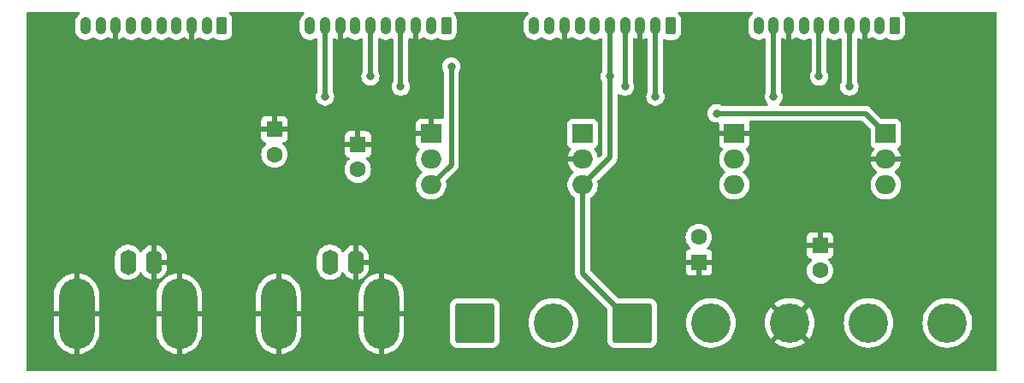
<source format=gbl>
G04 #@! TF.GenerationSoftware,KiCad,Pcbnew,8.0.7*
G04 #@! TF.CreationDate,2025-01-13T21:26:21-08:00*
G04 #@! TF.ProjectId,psu_linear_reg,7073755f-6c69-46e6-9561-725f7265672e,rev?*
G04 #@! TF.SameCoordinates,Original*
G04 #@! TF.FileFunction,Copper,L2,Bot*
G04 #@! TF.FilePolarity,Positive*
%FSLAX46Y46*%
G04 Gerber Fmt 4.6, Leading zero omitted, Abs format (unit mm)*
G04 Created by KiCad (PCBNEW 8.0.7) date 2025-01-13 21:26:21*
%MOMM*%
%LPD*%
G01*
G04 APERTURE LIST*
G04 Aperture macros list*
%AMRoundRect*
0 Rectangle with rounded corners*
0 $1 Rounding radius*
0 $2 $3 $4 $5 $6 $7 $8 $9 X,Y pos of 4 corners*
0 Add a 4 corners polygon primitive as box body*
4,1,4,$2,$3,$4,$5,$6,$7,$8,$9,$2,$3,0*
0 Add four circle primitives for the rounded corners*
1,1,$1+$1,$2,$3*
1,1,$1+$1,$4,$5*
1,1,$1+$1,$6,$7*
1,1,$1+$1,$8,$9*
0 Add four rect primitives between the rounded corners*
20,1,$1+$1,$2,$3,$4,$5,0*
20,1,$1+$1,$4,$5,$6,$7,0*
20,1,$1+$1,$6,$7,$8,$9,0*
20,1,$1+$1,$8,$9,$2,$3,0*%
G04 Aperture macros list end*
G04 #@! TA.AperFunction,ComponentPad*
%ADD10O,1.600000X2.500000*%
G04 #@! TD*
G04 #@! TA.AperFunction,ComponentPad*
%ADD11O,3.500000X7.000000*%
G04 #@! TD*
G04 #@! TA.AperFunction,ComponentPad*
%ADD12RoundRect,0.250000X0.265000X0.615000X-0.265000X0.615000X-0.265000X-0.615000X0.265000X-0.615000X0*%
G04 #@! TD*
G04 #@! TA.AperFunction,ComponentPad*
%ADD13O,1.030000X1.730000*%
G04 #@! TD*
G04 #@! TA.AperFunction,ComponentPad*
%ADD14R,2.000000X1.905000*%
G04 #@! TD*
G04 #@! TA.AperFunction,ComponentPad*
%ADD15O,2.000000X1.905000*%
G04 #@! TD*
G04 #@! TA.AperFunction,ComponentPad*
%ADD16RoundRect,0.250002X-1.699998X-1.699998X1.699998X-1.699998X1.699998X1.699998X-1.699998X1.699998X0*%
G04 #@! TD*
G04 #@! TA.AperFunction,ComponentPad*
%ADD17C,3.900000*%
G04 #@! TD*
G04 #@! TA.AperFunction,ComponentPad*
%ADD18R,1.600000X1.600000*%
G04 #@! TD*
G04 #@! TA.AperFunction,ComponentPad*
%ADD19C,1.600000*%
G04 #@! TD*
G04 #@! TA.AperFunction,ViaPad*
%ADD20C,0.800000*%
G04 #@! TD*
G04 #@! TA.AperFunction,Conductor*
%ADD21C,0.500000*%
G04 #@! TD*
G04 APERTURE END LIST*
D10*
X97000000Y-143000000D03*
D11*
X102080000Y-148080000D03*
D10*
X99540000Y-143000000D03*
D11*
X91920000Y-148080000D03*
D12*
X150700000Y-119600000D03*
D13*
X149200000Y-119600000D03*
X147700000Y-119600000D03*
X146200000Y-119600000D03*
X144700000Y-119600000D03*
X143200000Y-119600000D03*
X141700000Y-119600000D03*
X140200000Y-119600000D03*
X138700000Y-119600000D03*
X137200000Y-119600000D03*
D10*
X117000000Y-143000000D03*
D11*
X122080000Y-148080000D03*
D10*
X119540000Y-143000000D03*
D11*
X111920000Y-148080000D03*
D14*
X142000000Y-130250000D03*
D15*
X142000000Y-132790000D03*
X142000000Y-135330000D03*
D16*
X131300000Y-149000000D03*
D17*
X139100000Y-149000000D03*
D12*
X172900000Y-119600000D03*
D13*
X171400000Y-119600000D03*
X169900000Y-119600000D03*
X168400000Y-119600000D03*
X166900000Y-119600000D03*
X165400000Y-119600000D03*
X163900000Y-119600000D03*
X162400000Y-119600000D03*
X160900000Y-119600000D03*
X159400000Y-119600000D03*
D14*
X127000000Y-130250000D03*
D15*
X127000000Y-132790000D03*
X127000000Y-135330000D03*
D18*
X111500000Y-129817621D03*
D19*
X111500000Y-132317621D03*
D16*
X146900000Y-149000000D03*
D17*
X154700000Y-149000000D03*
X162500000Y-149000000D03*
X170300000Y-149000000D03*
X178100000Y-149000000D03*
D12*
X128500000Y-119600000D03*
D13*
X127000000Y-119600000D03*
X125500000Y-119600000D03*
X124000000Y-119600000D03*
X122500000Y-119600000D03*
X121000000Y-119600000D03*
X119500000Y-119600000D03*
X118000000Y-119600000D03*
X116500000Y-119600000D03*
X115000000Y-119600000D03*
D18*
X165500000Y-141317621D03*
D19*
X165500000Y-143817621D03*
D14*
X157000000Y-130250000D03*
D15*
X157000000Y-132790000D03*
X157000000Y-135330000D03*
D14*
X172000000Y-130250000D03*
D15*
X172000000Y-132790000D03*
X172000000Y-135330000D03*
D18*
X153500000Y-143000000D03*
D19*
X153500000Y-140500000D03*
D18*
X119750000Y-131317621D03*
D19*
X119750000Y-133817621D03*
D12*
X106300000Y-119600000D03*
D13*
X104800000Y-119600000D03*
X103300000Y-119600000D03*
X101800000Y-119600000D03*
X100300000Y-119600000D03*
X98800000Y-119600000D03*
X97300000Y-119600000D03*
X95800000Y-119600000D03*
X94300000Y-119600000D03*
X92800000Y-119600000D03*
D20*
X144700000Y-124600000D03*
X165400000Y-124600000D03*
X121000000Y-124600000D03*
X146200000Y-125600000D03*
X124000000Y-125600000D03*
X168400000Y-125600000D03*
X160900000Y-126600000D03*
X116500000Y-126600000D03*
X149200000Y-126600000D03*
X129000000Y-123600000D03*
X155250000Y-128250000D03*
D21*
X142000000Y-144100000D02*
X146900000Y-149000000D01*
X144700000Y-124600000D02*
X144700000Y-132630000D01*
X165400000Y-124600000D02*
X165400000Y-119600000D01*
X142000000Y-135330000D02*
X142000000Y-144100000D01*
X144700000Y-132630000D02*
X142000000Y-135330000D01*
X121000000Y-124600000D02*
X121000000Y-119600000D01*
X144700000Y-124600000D02*
X144700000Y-119600000D01*
X146200000Y-125600000D02*
X146200000Y-119600000D01*
X124000000Y-119600000D02*
X124000000Y-125600000D01*
X168400000Y-125600000D02*
X168400000Y-119600000D01*
X160900000Y-126600000D02*
X160900000Y-119600000D01*
X149200000Y-119600000D02*
X149200000Y-126600000D01*
X116500000Y-119600000D02*
X116500000Y-126600000D01*
X129000000Y-123600000D02*
X129000000Y-133330000D01*
X129000000Y-133330000D02*
X127000000Y-135330000D01*
X170000000Y-128250000D02*
X172000000Y-130250000D01*
X155250000Y-128250000D02*
X170000000Y-128250000D01*
X127000000Y-132790000D02*
X126777621Y-132567621D01*
G04 #@! TA.AperFunction,Conductor*
G36*
X92201848Y-118219685D02*
G01*
X92247603Y-118272489D01*
X92257547Y-118341647D01*
X92228522Y-118405203D01*
X92203700Y-118427102D01*
X92152656Y-118461208D01*
X92152652Y-118461211D01*
X92011211Y-118602652D01*
X92011208Y-118602656D01*
X91900078Y-118768973D01*
X91900071Y-118768986D01*
X91823526Y-118953784D01*
X91823523Y-118953796D01*
X91784500Y-119149977D01*
X91784500Y-120050022D01*
X91823523Y-120246203D01*
X91823526Y-120246215D01*
X91900071Y-120431013D01*
X91900078Y-120431026D01*
X92011208Y-120597343D01*
X92011211Y-120597347D01*
X92152652Y-120738788D01*
X92152656Y-120738791D01*
X92318973Y-120849921D01*
X92318986Y-120849928D01*
X92502625Y-120925993D01*
X92503789Y-120926475D01*
X92647185Y-120954998D01*
X92699977Y-120965499D01*
X92699981Y-120965500D01*
X92699982Y-120965500D01*
X92900019Y-120965500D01*
X92900020Y-120965499D01*
X93096211Y-120926475D01*
X93281020Y-120849925D01*
X93447344Y-120738791D01*
X93462318Y-120723816D01*
X93523639Y-120690331D01*
X93593331Y-120695314D01*
X93637681Y-120723816D01*
X93652264Y-120738399D01*
X93652657Y-120738792D01*
X93818973Y-120849921D01*
X93818986Y-120849928D01*
X94002625Y-120925993D01*
X94003789Y-120926475D01*
X94147185Y-120954998D01*
X94199977Y-120965499D01*
X94199981Y-120965500D01*
X94199982Y-120965500D01*
X94400019Y-120965500D01*
X94400020Y-120965499D01*
X94596211Y-120926475D01*
X94781020Y-120849925D01*
X94947344Y-120738791D01*
X94962671Y-120723463D01*
X95023989Y-120689978D01*
X95093681Y-120694959D01*
X95138034Y-120723462D01*
X95152971Y-120738399D01*
X95152975Y-120738402D01*
X95319210Y-120849477D01*
X95319223Y-120849484D01*
X95503929Y-120925991D01*
X95503936Y-120925993D01*
X95550000Y-120935155D01*
X95550000Y-119866189D01*
X95575884Y-119892073D01*
X95659115Y-119940126D01*
X95751947Y-119965000D01*
X95848053Y-119965000D01*
X95940885Y-119940126D01*
X96024116Y-119892073D01*
X96050000Y-119866189D01*
X96050000Y-120935154D01*
X96096063Y-120925993D01*
X96096070Y-120925991D01*
X96280776Y-120849484D01*
X96280789Y-120849477D01*
X96447023Y-120738403D01*
X96461962Y-120723464D01*
X96523285Y-120689977D01*
X96592977Y-120694960D01*
X96637329Y-120723464D01*
X96652653Y-120738789D01*
X96652656Y-120738791D01*
X96818973Y-120849921D01*
X96818986Y-120849928D01*
X97002625Y-120925993D01*
X97003789Y-120926475D01*
X97147185Y-120954998D01*
X97199977Y-120965499D01*
X97199981Y-120965500D01*
X97199982Y-120965500D01*
X97400019Y-120965500D01*
X97400020Y-120965499D01*
X97596211Y-120926475D01*
X97781020Y-120849925D01*
X97947344Y-120738791D01*
X97962318Y-120723816D01*
X98023639Y-120690331D01*
X98093331Y-120695314D01*
X98137681Y-120723816D01*
X98152264Y-120738399D01*
X98152657Y-120738792D01*
X98318973Y-120849921D01*
X98318986Y-120849928D01*
X98502625Y-120925993D01*
X98503789Y-120926475D01*
X98647185Y-120954998D01*
X98699977Y-120965499D01*
X98699981Y-120965500D01*
X98699982Y-120965500D01*
X98900019Y-120965500D01*
X98900020Y-120965499D01*
X99096211Y-120926475D01*
X99281020Y-120849925D01*
X99447344Y-120738791D01*
X99462318Y-120723816D01*
X99523639Y-120690331D01*
X99593331Y-120695314D01*
X99637681Y-120723816D01*
X99652264Y-120738399D01*
X99652657Y-120738792D01*
X99818973Y-120849921D01*
X99818986Y-120849928D01*
X100002625Y-120925993D01*
X100003789Y-120926475D01*
X100147185Y-120954998D01*
X100199977Y-120965499D01*
X100199981Y-120965500D01*
X100199982Y-120965500D01*
X100400019Y-120965500D01*
X100400020Y-120965499D01*
X100596211Y-120926475D01*
X100781020Y-120849925D01*
X100947344Y-120738791D01*
X100962318Y-120723816D01*
X101023639Y-120690331D01*
X101093331Y-120695314D01*
X101137681Y-120723816D01*
X101152264Y-120738399D01*
X101152657Y-120738792D01*
X101318973Y-120849921D01*
X101318986Y-120849928D01*
X101502625Y-120925993D01*
X101503789Y-120926475D01*
X101647185Y-120954998D01*
X101699977Y-120965499D01*
X101699981Y-120965500D01*
X101699982Y-120965500D01*
X101900019Y-120965500D01*
X101900020Y-120965499D01*
X102096211Y-120926475D01*
X102281020Y-120849925D01*
X102447344Y-120738791D01*
X102462671Y-120723463D01*
X102523989Y-120689978D01*
X102593681Y-120694959D01*
X102638034Y-120723462D01*
X102652971Y-120738399D01*
X102652975Y-120738402D01*
X102819210Y-120849477D01*
X102819223Y-120849484D01*
X103003929Y-120925991D01*
X103003936Y-120925993D01*
X103050000Y-120935155D01*
X103050000Y-119866189D01*
X103075884Y-119892073D01*
X103159115Y-119940126D01*
X103251947Y-119965000D01*
X103348053Y-119965000D01*
X103440885Y-119940126D01*
X103524116Y-119892073D01*
X103550000Y-119866189D01*
X103550000Y-120935154D01*
X103596063Y-120925993D01*
X103596070Y-120925991D01*
X103780776Y-120849484D01*
X103780789Y-120849477D01*
X103947023Y-120738403D01*
X103961962Y-120723464D01*
X104023285Y-120689977D01*
X104092977Y-120694960D01*
X104137329Y-120723464D01*
X104152653Y-120738789D01*
X104152656Y-120738791D01*
X104318973Y-120849921D01*
X104318986Y-120849928D01*
X104502625Y-120925993D01*
X104503789Y-120926475D01*
X104647185Y-120954998D01*
X104699977Y-120965499D01*
X104699981Y-120965500D01*
X104699982Y-120965500D01*
X104900019Y-120965500D01*
X104900020Y-120965499D01*
X105096211Y-120926475D01*
X105281020Y-120849925D01*
X105392751Y-120775268D01*
X105459427Y-120754391D01*
X105526807Y-120772875D01*
X105549322Y-120790690D01*
X105566344Y-120807712D01*
X105715666Y-120899814D01*
X105882203Y-120954999D01*
X105984991Y-120965500D01*
X106615008Y-120965499D01*
X106615016Y-120965498D01*
X106615019Y-120965498D01*
X106671302Y-120959748D01*
X106717797Y-120954999D01*
X106884334Y-120899814D01*
X107033656Y-120807712D01*
X107157712Y-120683656D01*
X107249814Y-120534334D01*
X107304999Y-120367797D01*
X107315500Y-120265009D01*
X107315499Y-118934992D01*
X107304999Y-118832203D01*
X107249814Y-118665666D01*
X107157712Y-118516344D01*
X107053049Y-118411681D01*
X107019564Y-118350358D01*
X107024548Y-118280666D01*
X107066420Y-118224733D01*
X107131884Y-118200316D01*
X107140730Y-118200000D01*
X114334809Y-118200000D01*
X114401848Y-118219685D01*
X114447603Y-118272489D01*
X114457547Y-118341647D01*
X114428522Y-118405203D01*
X114403700Y-118427102D01*
X114352656Y-118461208D01*
X114352652Y-118461211D01*
X114211211Y-118602652D01*
X114211208Y-118602656D01*
X114100078Y-118768973D01*
X114100071Y-118768986D01*
X114023526Y-118953784D01*
X114023523Y-118953796D01*
X113984500Y-119149977D01*
X113984500Y-120050022D01*
X114023523Y-120246203D01*
X114023526Y-120246215D01*
X114100071Y-120431013D01*
X114100078Y-120431026D01*
X114211208Y-120597343D01*
X114211211Y-120597347D01*
X114352652Y-120738788D01*
X114352656Y-120738791D01*
X114518973Y-120849921D01*
X114518986Y-120849928D01*
X114702625Y-120925993D01*
X114703789Y-120926475D01*
X114847185Y-120954998D01*
X114899977Y-120965499D01*
X114899981Y-120965500D01*
X114899982Y-120965500D01*
X115100019Y-120965500D01*
X115100020Y-120965499D01*
X115296211Y-120926475D01*
X115481020Y-120849925D01*
X115556609Y-120799417D01*
X115623286Y-120778540D01*
X115690666Y-120797024D01*
X115737357Y-120849003D01*
X115749500Y-120902520D01*
X115749500Y-126065677D01*
X115732887Y-126127677D01*
X115672821Y-126231714D01*
X115614327Y-126411740D01*
X115614326Y-126411744D01*
X115594540Y-126600000D01*
X115614326Y-126788256D01*
X115614327Y-126788259D01*
X115672818Y-126968277D01*
X115672821Y-126968284D01*
X115767467Y-127132216D01*
X115894129Y-127272888D01*
X116047265Y-127384148D01*
X116047270Y-127384151D01*
X116220192Y-127461142D01*
X116220197Y-127461144D01*
X116405354Y-127500500D01*
X116405355Y-127500500D01*
X116594644Y-127500500D01*
X116594646Y-127500500D01*
X116779803Y-127461144D01*
X116952730Y-127384151D01*
X117105871Y-127272888D01*
X117232533Y-127132216D01*
X117327179Y-126968284D01*
X117385674Y-126788256D01*
X117405460Y-126600000D01*
X117385674Y-126411744D01*
X117327179Y-126231716D01*
X117327178Y-126231714D01*
X117267113Y-126127677D01*
X117250500Y-126065677D01*
X117250500Y-120901918D01*
X117270185Y-120834879D01*
X117322989Y-120789124D01*
X117392147Y-120779180D01*
X117443391Y-120798816D01*
X117519210Y-120849477D01*
X117519223Y-120849484D01*
X117703929Y-120925991D01*
X117703936Y-120925993D01*
X117750000Y-120935155D01*
X117750000Y-119866189D01*
X117775884Y-119892073D01*
X117859115Y-119940126D01*
X117951947Y-119965000D01*
X118048053Y-119965000D01*
X118140885Y-119940126D01*
X118224116Y-119892073D01*
X118250000Y-119866189D01*
X118250000Y-120935154D01*
X118296063Y-120925993D01*
X118296070Y-120925991D01*
X118480776Y-120849484D01*
X118480789Y-120849477D01*
X118647023Y-120738403D01*
X118661962Y-120723464D01*
X118723285Y-120689977D01*
X118792977Y-120694960D01*
X118837329Y-120723464D01*
X118852653Y-120738789D01*
X118852656Y-120738791D01*
X119018973Y-120849921D01*
X119018986Y-120849928D01*
X119202625Y-120925993D01*
X119203789Y-120926475D01*
X119347185Y-120954998D01*
X119399977Y-120965499D01*
X119399981Y-120965500D01*
X119399982Y-120965500D01*
X119600019Y-120965500D01*
X119600020Y-120965499D01*
X119796211Y-120926475D01*
X119981020Y-120849925D01*
X120056609Y-120799417D01*
X120123286Y-120778540D01*
X120190666Y-120797024D01*
X120237357Y-120849003D01*
X120249500Y-120902520D01*
X120249500Y-124065677D01*
X120232887Y-124127677D01*
X120172821Y-124231714D01*
X120114327Y-124411740D01*
X120114326Y-124411744D01*
X120094540Y-124600000D01*
X120114326Y-124788256D01*
X120114327Y-124788259D01*
X120172818Y-124968277D01*
X120172821Y-124968284D01*
X120267467Y-125132216D01*
X120394129Y-125272888D01*
X120547265Y-125384148D01*
X120547270Y-125384151D01*
X120720192Y-125461142D01*
X120720197Y-125461144D01*
X120905354Y-125500500D01*
X120905355Y-125500500D01*
X121094644Y-125500500D01*
X121094646Y-125500500D01*
X121279803Y-125461144D01*
X121452730Y-125384151D01*
X121605871Y-125272888D01*
X121732533Y-125132216D01*
X121827179Y-124968284D01*
X121885674Y-124788256D01*
X121905460Y-124600000D01*
X121885674Y-124411744D01*
X121827179Y-124231716D01*
X121827178Y-124231714D01*
X121767113Y-124127677D01*
X121750500Y-124065677D01*
X121750500Y-120902520D01*
X121770185Y-120835481D01*
X121822989Y-120789726D01*
X121892147Y-120779782D01*
X121943390Y-120799417D01*
X122018980Y-120849925D01*
X122018982Y-120849926D01*
X122018986Y-120849928D01*
X122202625Y-120925993D01*
X122203789Y-120926475D01*
X122347185Y-120954998D01*
X122399977Y-120965499D01*
X122399981Y-120965500D01*
X122399982Y-120965500D01*
X122600019Y-120965500D01*
X122600020Y-120965499D01*
X122796211Y-120926475D01*
X122981020Y-120849925D01*
X123056609Y-120799417D01*
X123123286Y-120778540D01*
X123190666Y-120797024D01*
X123237357Y-120849003D01*
X123249500Y-120902520D01*
X123249500Y-125065677D01*
X123232887Y-125127677D01*
X123172821Y-125231714D01*
X123114327Y-125411740D01*
X123114326Y-125411744D01*
X123094540Y-125600000D01*
X123114326Y-125788256D01*
X123114327Y-125788259D01*
X123172818Y-125968277D01*
X123172821Y-125968284D01*
X123267467Y-126132216D01*
X123394129Y-126272888D01*
X123547265Y-126384148D01*
X123547270Y-126384151D01*
X123720192Y-126461142D01*
X123720197Y-126461144D01*
X123905354Y-126500500D01*
X123905355Y-126500500D01*
X124094644Y-126500500D01*
X124094646Y-126500500D01*
X124279803Y-126461144D01*
X124452730Y-126384151D01*
X124605871Y-126272888D01*
X124732533Y-126132216D01*
X124827179Y-125968284D01*
X124885674Y-125788256D01*
X124905460Y-125600000D01*
X124885674Y-125411744D01*
X124827179Y-125231716D01*
X124827178Y-125231714D01*
X124767113Y-125127677D01*
X124750500Y-125065677D01*
X124750500Y-120901918D01*
X124770185Y-120834879D01*
X124822989Y-120789124D01*
X124892147Y-120779180D01*
X124943391Y-120798816D01*
X125019210Y-120849477D01*
X125019223Y-120849484D01*
X125203929Y-120925991D01*
X125203936Y-120925993D01*
X125250000Y-120935155D01*
X125250000Y-119866189D01*
X125275884Y-119892073D01*
X125359115Y-119940126D01*
X125451947Y-119965000D01*
X125548053Y-119965000D01*
X125640885Y-119940126D01*
X125724116Y-119892073D01*
X125750000Y-119866189D01*
X125750000Y-120935154D01*
X125796063Y-120925993D01*
X125796070Y-120925991D01*
X125980776Y-120849484D01*
X125980789Y-120849477D01*
X126147023Y-120738403D01*
X126161962Y-120723464D01*
X126223285Y-120689977D01*
X126292977Y-120694960D01*
X126337329Y-120723464D01*
X126352653Y-120738789D01*
X126352656Y-120738791D01*
X126518973Y-120849921D01*
X126518986Y-120849928D01*
X126702625Y-120925993D01*
X126703789Y-120926475D01*
X126847185Y-120954998D01*
X126899977Y-120965499D01*
X126899981Y-120965500D01*
X126899982Y-120965500D01*
X127100019Y-120965500D01*
X127100020Y-120965499D01*
X127296211Y-120926475D01*
X127481020Y-120849925D01*
X127592751Y-120775268D01*
X127659427Y-120754391D01*
X127726807Y-120772875D01*
X127749322Y-120790690D01*
X127766344Y-120807712D01*
X127915666Y-120899814D01*
X128082203Y-120954999D01*
X128184991Y-120965500D01*
X128815008Y-120965499D01*
X128815016Y-120965498D01*
X128815019Y-120965498D01*
X128871302Y-120959748D01*
X128917797Y-120954999D01*
X129084334Y-120899814D01*
X129233656Y-120807712D01*
X129357712Y-120683656D01*
X129449814Y-120534334D01*
X129504999Y-120367797D01*
X129515500Y-120265009D01*
X129515499Y-118934992D01*
X129504999Y-118832203D01*
X129449814Y-118665666D01*
X129357712Y-118516344D01*
X129253049Y-118411681D01*
X129219564Y-118350358D01*
X129224548Y-118280666D01*
X129266420Y-118224733D01*
X129331884Y-118200316D01*
X129340730Y-118200000D01*
X136534809Y-118200000D01*
X136601848Y-118219685D01*
X136647603Y-118272489D01*
X136657547Y-118341647D01*
X136628522Y-118405203D01*
X136603700Y-118427102D01*
X136552656Y-118461208D01*
X136552652Y-118461211D01*
X136411211Y-118602652D01*
X136411208Y-118602656D01*
X136300078Y-118768973D01*
X136300071Y-118768986D01*
X136223526Y-118953784D01*
X136223523Y-118953796D01*
X136184500Y-119149977D01*
X136184500Y-120050022D01*
X136223523Y-120246203D01*
X136223526Y-120246215D01*
X136300071Y-120431013D01*
X136300078Y-120431026D01*
X136411208Y-120597343D01*
X136411211Y-120597347D01*
X136552652Y-120738788D01*
X136552656Y-120738791D01*
X136718973Y-120849921D01*
X136718986Y-120849928D01*
X136902625Y-120925993D01*
X136903789Y-120926475D01*
X137047185Y-120954998D01*
X137099977Y-120965499D01*
X137099981Y-120965500D01*
X137099982Y-120965500D01*
X137300019Y-120965500D01*
X137300020Y-120965499D01*
X137496211Y-120926475D01*
X137681020Y-120849925D01*
X137847344Y-120738791D01*
X137862318Y-120723816D01*
X137923639Y-120690331D01*
X137993331Y-120695314D01*
X138037681Y-120723816D01*
X138052264Y-120738399D01*
X138052657Y-120738792D01*
X138218973Y-120849921D01*
X138218986Y-120849928D01*
X138402625Y-120925993D01*
X138403789Y-120926475D01*
X138547185Y-120954998D01*
X138599977Y-120965499D01*
X138599981Y-120965500D01*
X138599982Y-120965500D01*
X138800019Y-120965500D01*
X138800020Y-120965499D01*
X138996211Y-120926475D01*
X139181020Y-120849925D01*
X139347344Y-120738791D01*
X139362671Y-120723463D01*
X139423989Y-120689978D01*
X139493681Y-120694959D01*
X139538034Y-120723462D01*
X139552971Y-120738399D01*
X139552975Y-120738402D01*
X139719210Y-120849477D01*
X139719223Y-120849484D01*
X139903929Y-120925991D01*
X139903936Y-120925993D01*
X139950000Y-120935155D01*
X139950000Y-119866189D01*
X139975884Y-119892073D01*
X140059115Y-119940126D01*
X140151947Y-119965000D01*
X140248053Y-119965000D01*
X140340885Y-119940126D01*
X140424116Y-119892073D01*
X140450000Y-119866189D01*
X140450000Y-120935154D01*
X140496063Y-120925993D01*
X140496070Y-120925991D01*
X140680776Y-120849484D01*
X140680789Y-120849477D01*
X140847023Y-120738403D01*
X140861962Y-120723464D01*
X140923285Y-120689977D01*
X140992977Y-120694960D01*
X141037329Y-120723464D01*
X141052653Y-120738789D01*
X141052656Y-120738791D01*
X141218973Y-120849921D01*
X141218986Y-120849928D01*
X141402625Y-120925993D01*
X141403789Y-120926475D01*
X141547185Y-120954998D01*
X141599977Y-120965499D01*
X141599981Y-120965500D01*
X141599982Y-120965500D01*
X141800019Y-120965500D01*
X141800020Y-120965499D01*
X141996211Y-120926475D01*
X142181020Y-120849925D01*
X142347344Y-120738791D01*
X142362318Y-120723816D01*
X142423639Y-120690331D01*
X142493331Y-120695314D01*
X142537681Y-120723816D01*
X142552264Y-120738399D01*
X142552657Y-120738792D01*
X142718973Y-120849921D01*
X142718986Y-120849928D01*
X142902625Y-120925993D01*
X142903789Y-120926475D01*
X143047185Y-120954998D01*
X143099977Y-120965499D01*
X143099981Y-120965500D01*
X143099982Y-120965500D01*
X143300019Y-120965500D01*
X143300020Y-120965499D01*
X143496211Y-120926475D01*
X143681020Y-120849925D01*
X143756609Y-120799417D01*
X143823286Y-120778540D01*
X143890666Y-120797024D01*
X143937357Y-120849003D01*
X143949500Y-120902520D01*
X143949500Y-124065677D01*
X143932887Y-124127677D01*
X143872821Y-124231714D01*
X143814327Y-124411740D01*
X143814326Y-124411744D01*
X143794540Y-124600000D01*
X143814326Y-124788256D01*
X143814327Y-124788259D01*
X143872818Y-124968277D01*
X143872821Y-124968284D01*
X143932887Y-125072321D01*
X143949500Y-125134321D01*
X143949500Y-132267769D01*
X143929815Y-132334808D01*
X143913181Y-132355450D01*
X143684791Y-132583839D01*
X143623468Y-132617324D01*
X143553776Y-132612340D01*
X143497843Y-132570468D01*
X143474637Y-132515555D01*
X143464234Y-132449876D01*
X143464234Y-132449874D01*
X143393582Y-132232431D01*
X143289788Y-132028723D01*
X143156988Y-131845940D01*
X143133508Y-131780133D01*
X143149333Y-131712079D01*
X143199439Y-131663384D01*
X143213966Y-131656875D01*
X143242331Y-131646296D01*
X143357546Y-131560046D01*
X143443796Y-131444831D01*
X143494091Y-131309983D01*
X143500500Y-131250373D01*
X143500499Y-129249628D01*
X143495299Y-129201257D01*
X143494091Y-129190016D01*
X143443797Y-129055171D01*
X143443793Y-129055164D01*
X143357547Y-128939955D01*
X143357544Y-128939952D01*
X143242335Y-128853706D01*
X143242328Y-128853702D01*
X143107482Y-128803408D01*
X143107483Y-128803408D01*
X143047883Y-128797001D01*
X143047881Y-128797000D01*
X143047873Y-128797000D01*
X143047864Y-128797000D01*
X140952129Y-128797000D01*
X140952123Y-128797001D01*
X140892516Y-128803408D01*
X140757671Y-128853702D01*
X140757664Y-128853706D01*
X140642455Y-128939952D01*
X140642452Y-128939955D01*
X140556206Y-129055164D01*
X140556202Y-129055171D01*
X140505908Y-129190017D01*
X140499501Y-129249616D01*
X140499501Y-129249623D01*
X140499500Y-129249635D01*
X140499500Y-131250370D01*
X140499501Y-131250376D01*
X140505908Y-131309983D01*
X140556202Y-131444828D01*
X140556206Y-131444835D01*
X140642452Y-131560044D01*
X140642455Y-131560047D01*
X140757664Y-131646293D01*
X140757667Y-131646295D01*
X140757668Y-131646295D01*
X140757669Y-131646296D01*
X140786025Y-131656872D01*
X140841958Y-131698742D01*
X140866376Y-131764206D01*
X140851525Y-131832479D01*
X140843010Y-131845939D01*
X140710213Y-132028719D01*
X140606417Y-132232429D01*
X140535765Y-132449871D01*
X140521491Y-132540000D01*
X141509252Y-132540000D01*
X141487482Y-132577708D01*
X141450000Y-132717591D01*
X141450000Y-132862409D01*
X141487482Y-133002292D01*
X141509252Y-133040000D01*
X140521491Y-133040000D01*
X140535765Y-133130128D01*
X140606417Y-133347570D01*
X140710211Y-133551276D01*
X140844597Y-133736242D01*
X141006257Y-133897902D01*
X141006263Y-133897907D01*
X141090863Y-133959372D01*
X141133529Y-134014701D01*
X141139508Y-134084315D01*
X141106903Y-134146110D01*
X141090864Y-134160007D01*
X141005940Y-134221709D01*
X141005931Y-134221716D01*
X140844216Y-134383431D01*
X140844216Y-134383432D01*
X140844214Y-134383434D01*
X140786480Y-134462896D01*
X140709783Y-134568461D01*
X140605950Y-134772244D01*
X140535278Y-134989750D01*
X140535278Y-134989753D01*
X140499500Y-135215646D01*
X140499500Y-135444353D01*
X140535278Y-135670246D01*
X140535278Y-135670249D01*
X140605950Y-135887755D01*
X140605952Y-135887758D01*
X140709783Y-136091538D01*
X140844214Y-136276566D01*
X141005934Y-136438286D01*
X141190961Y-136572716D01*
X141194904Y-136575581D01*
X141194166Y-136576596D01*
X141237157Y-136624098D01*
X141249500Y-136678032D01*
X141249500Y-144173918D01*
X141249500Y-144173920D01*
X141249499Y-144173920D01*
X141278340Y-144318907D01*
X141278343Y-144318917D01*
X141334914Y-144455492D01*
X141367812Y-144504727D01*
X141367813Y-144504730D01*
X141417046Y-144578414D01*
X141417052Y-144578421D01*
X144413181Y-147574548D01*
X144446666Y-147635871D01*
X144449500Y-147662229D01*
X144449500Y-150749999D01*
X144449501Y-150750016D01*
X144460000Y-150852795D01*
X144460001Y-150852798D01*
X144515185Y-151019330D01*
X144515186Y-151019333D01*
X144607289Y-151168655D01*
X144731345Y-151292711D01*
X144880667Y-151384814D01*
X145047204Y-151439999D01*
X145149993Y-151450500D01*
X148650006Y-151450499D01*
X148752796Y-151439999D01*
X148919333Y-151384814D01*
X149068655Y-151292711D01*
X149192711Y-151168655D01*
X149284814Y-151019333D01*
X149339999Y-150852796D01*
X149350500Y-150750007D01*
X149350499Y-148999994D01*
X152244655Y-148999994D01*
X152244655Y-149000005D01*
X152264014Y-149307725D01*
X152264015Y-149307732D01*
X152264016Y-149307736D01*
X152311714Y-149557780D01*
X152321795Y-149610623D01*
X152417078Y-149903874D01*
X152417080Y-149903879D01*
X152548362Y-150182867D01*
X152548366Y-150182873D01*
X152713577Y-150443206D01*
X152713579Y-150443209D01*
X152713584Y-150443216D01*
X152910131Y-150680799D01*
X152910132Y-150680800D01*
X153134902Y-150891874D01*
X153134912Y-150891882D01*
X153384348Y-151073108D01*
X153384353Y-151073110D01*
X153384360Y-151073116D01*
X153654565Y-151221663D01*
X153654570Y-151221665D01*
X153654572Y-151221666D01*
X153654573Y-151221667D01*
X153941253Y-151335171D01*
X153941256Y-151335172D01*
X154134592Y-151384812D01*
X154239914Y-151411854D01*
X154304091Y-151419961D01*
X154545816Y-151450499D01*
X154545825Y-151450499D01*
X154545828Y-151450500D01*
X154545830Y-151450500D01*
X154854170Y-151450500D01*
X154854172Y-151450500D01*
X154854175Y-151450499D01*
X154854183Y-151450499D01*
X155036722Y-151427438D01*
X155160086Y-151411854D01*
X155458743Y-151335172D01*
X155505358Y-151316716D01*
X155745426Y-151221667D01*
X155745427Y-151221666D01*
X155745425Y-151221666D01*
X155745435Y-151221663D01*
X156015640Y-151073116D01*
X156265096Y-150891876D01*
X156489869Y-150680799D01*
X156686416Y-150443216D01*
X156851635Y-150182871D01*
X156851748Y-150182632D01*
X156982919Y-149903879D01*
X156982922Y-149903873D01*
X157078206Y-149610619D01*
X157135984Y-149307736D01*
X157149923Y-149086180D01*
X157155345Y-149000005D01*
X157155345Y-148999994D01*
X160045156Y-148999994D01*
X160045156Y-149000005D01*
X160064511Y-149307663D01*
X160064512Y-149307670D01*
X160122280Y-149610499D01*
X160217544Y-149903689D01*
X160217546Y-149903694D01*
X160348802Y-150182626D01*
X160348805Y-150182632D01*
X160513987Y-150442919D01*
X160513990Y-150442923D01*
X160599799Y-150546647D01*
X161727546Y-149418899D01*
X161820343Y-149557780D01*
X161942220Y-149679657D01*
X162081099Y-149772453D01*
X160950767Y-150902783D01*
X160950768Y-150902785D01*
X161184617Y-151072685D01*
X161184635Y-151072697D01*
X161454778Y-151221209D01*
X161454786Y-151221213D01*
X161741406Y-151334693D01*
X162040008Y-151411361D01*
X162040017Y-151411363D01*
X162345847Y-151449999D01*
X162345861Y-151450000D01*
X162654139Y-151450000D01*
X162654152Y-151449999D01*
X162959982Y-151411363D01*
X162959991Y-151411361D01*
X163258593Y-151334693D01*
X163545213Y-151221213D01*
X163545221Y-151221209D01*
X163815364Y-151072697D01*
X163815382Y-151072685D01*
X164049230Y-150902785D01*
X164049231Y-150902783D01*
X162918900Y-149772453D01*
X163057780Y-149679657D01*
X163179657Y-149557780D01*
X163272453Y-149418900D01*
X164400199Y-150546647D01*
X164486014Y-150442916D01*
X164651194Y-150182632D01*
X164651197Y-150182626D01*
X164782453Y-149903694D01*
X164782455Y-149903689D01*
X164877719Y-149610499D01*
X164935487Y-149307670D01*
X164935488Y-149307663D01*
X164954844Y-149000005D01*
X164954844Y-148999994D01*
X167844655Y-148999994D01*
X167844655Y-149000005D01*
X167864014Y-149307725D01*
X167864015Y-149307732D01*
X167864016Y-149307736D01*
X167911714Y-149557780D01*
X167921795Y-149610623D01*
X168017078Y-149903874D01*
X168017080Y-149903879D01*
X168148362Y-150182867D01*
X168148366Y-150182873D01*
X168313577Y-150443206D01*
X168313579Y-150443209D01*
X168313584Y-150443216D01*
X168510131Y-150680799D01*
X168510132Y-150680800D01*
X168734902Y-150891874D01*
X168734912Y-150891882D01*
X168984348Y-151073108D01*
X168984353Y-151073110D01*
X168984360Y-151073116D01*
X169254565Y-151221663D01*
X169254570Y-151221665D01*
X169254572Y-151221666D01*
X169254573Y-151221667D01*
X169541253Y-151335171D01*
X169541256Y-151335172D01*
X169734592Y-151384812D01*
X169839914Y-151411854D01*
X169904091Y-151419961D01*
X170145816Y-151450499D01*
X170145825Y-151450499D01*
X170145828Y-151450500D01*
X170145830Y-151450500D01*
X170454170Y-151450500D01*
X170454172Y-151450500D01*
X170454175Y-151450499D01*
X170454183Y-151450499D01*
X170636722Y-151427438D01*
X170760086Y-151411854D01*
X171058743Y-151335172D01*
X171105358Y-151316716D01*
X171345426Y-151221667D01*
X171345427Y-151221666D01*
X171345425Y-151221666D01*
X171345435Y-151221663D01*
X171615640Y-151073116D01*
X171865096Y-150891876D01*
X172089869Y-150680799D01*
X172286416Y-150443216D01*
X172451635Y-150182871D01*
X172451748Y-150182632D01*
X172582919Y-149903879D01*
X172582922Y-149903873D01*
X172678206Y-149610619D01*
X172735984Y-149307736D01*
X172749923Y-149086180D01*
X172755345Y-149000005D01*
X172755345Y-148999994D01*
X175644655Y-148999994D01*
X175644655Y-149000005D01*
X175664014Y-149307725D01*
X175664015Y-149307732D01*
X175664016Y-149307736D01*
X175711714Y-149557780D01*
X175721795Y-149610623D01*
X175817078Y-149903874D01*
X175817080Y-149903879D01*
X175948362Y-150182867D01*
X175948366Y-150182873D01*
X176113577Y-150443206D01*
X176113579Y-150443209D01*
X176113584Y-150443216D01*
X176310131Y-150680799D01*
X176310132Y-150680800D01*
X176534902Y-150891874D01*
X176534912Y-150891882D01*
X176784348Y-151073108D01*
X176784353Y-151073110D01*
X176784360Y-151073116D01*
X177054565Y-151221663D01*
X177054570Y-151221665D01*
X177054572Y-151221666D01*
X177054573Y-151221667D01*
X177341253Y-151335171D01*
X177341256Y-151335172D01*
X177534592Y-151384812D01*
X177639914Y-151411854D01*
X177704091Y-151419961D01*
X177945816Y-151450499D01*
X177945825Y-151450499D01*
X177945828Y-151450500D01*
X177945830Y-151450500D01*
X178254170Y-151450500D01*
X178254172Y-151450500D01*
X178254175Y-151450499D01*
X178254183Y-151450499D01*
X178436722Y-151427438D01*
X178560086Y-151411854D01*
X178858743Y-151335172D01*
X178905358Y-151316716D01*
X179145426Y-151221667D01*
X179145427Y-151221666D01*
X179145425Y-151221666D01*
X179145435Y-151221663D01*
X179415640Y-151073116D01*
X179665096Y-150891876D01*
X179889869Y-150680799D01*
X180086416Y-150443216D01*
X180251635Y-150182871D01*
X180251748Y-150182632D01*
X180382919Y-149903879D01*
X180382922Y-149903873D01*
X180478206Y-149610619D01*
X180535984Y-149307736D01*
X180549923Y-149086180D01*
X180555345Y-149000005D01*
X180555345Y-148999994D01*
X180535985Y-148692274D01*
X180535984Y-148692267D01*
X180535984Y-148692264D01*
X180478206Y-148389381D01*
X180382922Y-148096127D01*
X180251750Y-147817373D01*
X180251637Y-147817132D01*
X180251633Y-147817126D01*
X180086422Y-147556793D01*
X180086420Y-147556791D01*
X180086416Y-147556784D01*
X179889869Y-147319201D01*
X179665096Y-147108124D01*
X179665093Y-147108122D01*
X179665087Y-147108117D01*
X179415651Y-146926891D01*
X179415644Y-146926886D01*
X179415640Y-146926884D01*
X179145435Y-146778337D01*
X179145432Y-146778335D01*
X179145427Y-146778333D01*
X179145426Y-146778332D01*
X178858746Y-146664828D01*
X178858743Y-146664827D01*
X178560089Y-146588146D01*
X178560076Y-146588144D01*
X178254183Y-146549500D01*
X178254172Y-146549500D01*
X177945828Y-146549500D01*
X177945816Y-146549500D01*
X177639923Y-146588144D01*
X177639910Y-146588146D01*
X177341256Y-146664827D01*
X177341253Y-146664828D01*
X177054573Y-146778332D01*
X177054572Y-146778333D01*
X176784360Y-146926884D01*
X176784348Y-146926891D01*
X176534912Y-147108117D01*
X176534902Y-147108125D01*
X176310132Y-147319199D01*
X176113577Y-147556793D01*
X175948366Y-147817126D01*
X175948362Y-147817132D01*
X175817080Y-148096120D01*
X175817078Y-148096125D01*
X175721795Y-148389376D01*
X175664015Y-148692267D01*
X175664014Y-148692274D01*
X175644655Y-148999994D01*
X172755345Y-148999994D01*
X172735985Y-148692274D01*
X172735984Y-148692267D01*
X172735984Y-148692264D01*
X172678206Y-148389381D01*
X172582922Y-148096127D01*
X172451750Y-147817373D01*
X172451637Y-147817132D01*
X172451633Y-147817126D01*
X172286422Y-147556793D01*
X172286420Y-147556791D01*
X172286416Y-147556784D01*
X172089869Y-147319201D01*
X171865096Y-147108124D01*
X171865093Y-147108122D01*
X171865087Y-147108117D01*
X171615651Y-146926891D01*
X171615644Y-146926886D01*
X171615640Y-146926884D01*
X171345435Y-146778337D01*
X171345432Y-146778335D01*
X171345427Y-146778333D01*
X171345426Y-146778332D01*
X171058746Y-146664828D01*
X171058743Y-146664827D01*
X170760089Y-146588146D01*
X170760076Y-146588144D01*
X170454183Y-146549500D01*
X170454172Y-146549500D01*
X170145828Y-146549500D01*
X170145816Y-146549500D01*
X169839923Y-146588144D01*
X169839910Y-146588146D01*
X169541256Y-146664827D01*
X169541253Y-146664828D01*
X169254573Y-146778332D01*
X169254572Y-146778333D01*
X168984360Y-146926884D01*
X168984348Y-146926891D01*
X168734912Y-147108117D01*
X168734902Y-147108125D01*
X168510132Y-147319199D01*
X168313577Y-147556793D01*
X168148366Y-147817126D01*
X168148362Y-147817132D01*
X168017080Y-148096120D01*
X168017078Y-148096125D01*
X167921795Y-148389376D01*
X167864015Y-148692267D01*
X167864014Y-148692274D01*
X167844655Y-148999994D01*
X164954844Y-148999994D01*
X164935488Y-148692336D01*
X164935487Y-148692329D01*
X164877719Y-148389500D01*
X164782455Y-148096310D01*
X164782453Y-148096305D01*
X164651197Y-147817373D01*
X164651194Y-147817367D01*
X164486017Y-147557088D01*
X164400198Y-147453351D01*
X163272452Y-148581098D01*
X163179657Y-148442220D01*
X163057780Y-148320343D01*
X162918899Y-148227545D01*
X164049231Y-147097215D01*
X164049230Y-147097214D01*
X163815382Y-146927314D01*
X163815364Y-146927302D01*
X163545221Y-146778790D01*
X163545213Y-146778786D01*
X163258593Y-146665306D01*
X162959991Y-146588638D01*
X162959982Y-146588636D01*
X162654152Y-146550000D01*
X162345847Y-146550000D01*
X162040017Y-146588636D01*
X162040008Y-146588638D01*
X161741406Y-146665306D01*
X161454786Y-146778786D01*
X161454778Y-146778790D01*
X161184632Y-146927304D01*
X161184627Y-146927307D01*
X160950768Y-147097214D01*
X160950768Y-147097216D01*
X162081099Y-148227546D01*
X161942220Y-148320343D01*
X161820343Y-148442220D01*
X161727546Y-148581099D01*
X160599799Y-147453351D01*
X160513985Y-147557083D01*
X160348805Y-147817367D01*
X160348802Y-147817373D01*
X160217546Y-148096305D01*
X160217544Y-148096310D01*
X160122280Y-148389500D01*
X160064512Y-148692329D01*
X160064511Y-148692336D01*
X160045156Y-148999994D01*
X157155345Y-148999994D01*
X157135985Y-148692274D01*
X157135984Y-148692267D01*
X157135984Y-148692264D01*
X157078206Y-148389381D01*
X156982922Y-148096127D01*
X156851750Y-147817373D01*
X156851637Y-147817132D01*
X156851633Y-147817126D01*
X156686422Y-147556793D01*
X156686420Y-147556791D01*
X156686416Y-147556784D01*
X156489869Y-147319201D01*
X156265096Y-147108124D01*
X156265093Y-147108122D01*
X156265087Y-147108117D01*
X156015651Y-146926891D01*
X156015644Y-146926886D01*
X156015640Y-146926884D01*
X155745435Y-146778337D01*
X155745432Y-146778335D01*
X155745427Y-146778333D01*
X155745426Y-146778332D01*
X155458746Y-146664828D01*
X155458743Y-146664827D01*
X155160089Y-146588146D01*
X155160076Y-146588144D01*
X154854183Y-146549500D01*
X154854172Y-146549500D01*
X154545828Y-146549500D01*
X154545816Y-146549500D01*
X154239923Y-146588144D01*
X154239910Y-146588146D01*
X153941256Y-146664827D01*
X153941253Y-146664828D01*
X153654573Y-146778332D01*
X153654572Y-146778333D01*
X153384360Y-146926884D01*
X153384348Y-146926891D01*
X153134912Y-147108117D01*
X153134902Y-147108125D01*
X152910132Y-147319199D01*
X152713577Y-147556793D01*
X152548366Y-147817126D01*
X152548362Y-147817132D01*
X152417080Y-148096120D01*
X152417078Y-148096125D01*
X152321795Y-148389376D01*
X152264015Y-148692267D01*
X152264014Y-148692274D01*
X152244655Y-148999994D01*
X149350499Y-148999994D01*
X149350499Y-147249994D01*
X149339999Y-147147204D01*
X149284814Y-146980667D01*
X149192711Y-146831345D01*
X149068655Y-146707289D01*
X148919333Y-146615186D01*
X148752796Y-146560001D01*
X148752794Y-146560000D01*
X148650014Y-146549500D01*
X148650007Y-146549500D01*
X145562230Y-146549500D01*
X145495191Y-146529815D01*
X145474549Y-146513181D01*
X142786819Y-143825451D01*
X142753334Y-143764128D01*
X142750500Y-143737770D01*
X142750500Y-140499998D01*
X152194532Y-140499998D01*
X152194532Y-140500001D01*
X152214364Y-140726686D01*
X152214366Y-140726697D01*
X152273258Y-140946488D01*
X152273261Y-140946497D01*
X152369431Y-141152732D01*
X152369432Y-141152734D01*
X152499954Y-141339141D01*
X152657506Y-141496693D01*
X152690991Y-141558016D01*
X152686007Y-141627708D01*
X152644135Y-141683641D01*
X152598343Y-141705050D01*
X152592626Y-141706401D01*
X152457913Y-141756645D01*
X152457906Y-141756649D01*
X152342812Y-141842809D01*
X152342809Y-141842812D01*
X152256649Y-141957906D01*
X152256645Y-141957913D01*
X152206403Y-142092620D01*
X152206401Y-142092627D01*
X152200000Y-142152155D01*
X152200000Y-142750000D01*
X153184314Y-142750000D01*
X153179920Y-142754394D01*
X153127259Y-142845606D01*
X153100000Y-142947339D01*
X153100000Y-143052661D01*
X153127259Y-143154394D01*
X153179920Y-143245606D01*
X153184314Y-143250000D01*
X152200000Y-143250000D01*
X152200000Y-143847844D01*
X152206401Y-143907372D01*
X152206403Y-143907379D01*
X152256645Y-144042086D01*
X152256649Y-144042093D01*
X152342809Y-144157187D01*
X152342812Y-144157190D01*
X152457906Y-144243350D01*
X152457913Y-144243354D01*
X152592620Y-144293596D01*
X152592627Y-144293598D01*
X152652155Y-144299999D01*
X152652172Y-144300000D01*
X153250000Y-144300000D01*
X153250000Y-143315686D01*
X153254394Y-143320080D01*
X153345606Y-143372741D01*
X153447339Y-143400000D01*
X153552661Y-143400000D01*
X153654394Y-143372741D01*
X153745606Y-143320080D01*
X153750000Y-143315686D01*
X153750000Y-144300000D01*
X154347828Y-144300000D01*
X154347844Y-144299999D01*
X154407372Y-144293598D01*
X154407379Y-144293596D01*
X154542086Y-144243354D01*
X154542093Y-144243350D01*
X154657187Y-144157190D01*
X154657190Y-144157187D01*
X154743350Y-144042093D01*
X154743354Y-144042086D01*
X154793596Y-143907379D01*
X154793598Y-143907372D01*
X154799999Y-143847844D01*
X154800000Y-143847827D01*
X154800000Y-143817619D01*
X164194532Y-143817619D01*
X164194532Y-143817622D01*
X164214364Y-144044307D01*
X164214366Y-144044318D01*
X164273258Y-144264109D01*
X164273261Y-144264118D01*
X164369431Y-144470353D01*
X164369432Y-144470355D01*
X164499954Y-144656762D01*
X164660858Y-144817666D01*
X164660861Y-144817668D01*
X164847266Y-144948189D01*
X165053504Y-145044360D01*
X165273308Y-145103256D01*
X165435230Y-145117422D01*
X165499998Y-145123089D01*
X165500000Y-145123089D01*
X165500002Y-145123089D01*
X165556673Y-145118130D01*
X165726692Y-145103256D01*
X165946496Y-145044360D01*
X166152734Y-144948189D01*
X166339139Y-144817668D01*
X166500047Y-144656760D01*
X166630568Y-144470355D01*
X166726739Y-144264117D01*
X166785635Y-144044313D01*
X166805468Y-143817621D01*
X166785635Y-143590929D01*
X166726739Y-143371125D01*
X166630568Y-143164887D01*
X166500047Y-142978482D01*
X166500045Y-142978479D01*
X166342493Y-142820927D01*
X166309008Y-142759604D01*
X166313992Y-142689912D01*
X166355864Y-142633979D01*
X166401667Y-142612567D01*
X166407381Y-142611216D01*
X166542086Y-142560975D01*
X166542093Y-142560971D01*
X166657187Y-142474811D01*
X166657190Y-142474808D01*
X166743350Y-142359714D01*
X166743354Y-142359707D01*
X166793596Y-142225000D01*
X166793598Y-142224993D01*
X166799999Y-142165465D01*
X166800000Y-142165448D01*
X166800000Y-141567621D01*
X165815686Y-141567621D01*
X165820080Y-141563227D01*
X165872741Y-141472015D01*
X165900000Y-141370282D01*
X165900000Y-141264960D01*
X165872741Y-141163227D01*
X165820080Y-141072015D01*
X165815686Y-141067621D01*
X166800000Y-141067621D01*
X166800000Y-140469793D01*
X166799999Y-140469776D01*
X166793598Y-140410248D01*
X166793596Y-140410241D01*
X166743354Y-140275534D01*
X166743350Y-140275527D01*
X166657190Y-140160433D01*
X166657187Y-140160430D01*
X166542093Y-140074270D01*
X166542086Y-140074266D01*
X166407379Y-140024024D01*
X166407372Y-140024022D01*
X166347844Y-140017621D01*
X165750000Y-140017621D01*
X165750000Y-141001935D01*
X165745606Y-140997541D01*
X165654394Y-140944880D01*
X165552661Y-140917621D01*
X165447339Y-140917621D01*
X165345606Y-140944880D01*
X165254394Y-140997541D01*
X165250000Y-141001935D01*
X165250000Y-140017621D01*
X164652155Y-140017621D01*
X164592627Y-140024022D01*
X164592620Y-140024024D01*
X164457913Y-140074266D01*
X164457906Y-140074270D01*
X164342812Y-140160430D01*
X164342809Y-140160433D01*
X164256649Y-140275527D01*
X164256645Y-140275534D01*
X164206403Y-140410241D01*
X164206401Y-140410248D01*
X164200000Y-140469776D01*
X164200000Y-141067621D01*
X165184314Y-141067621D01*
X165179920Y-141072015D01*
X165127259Y-141163227D01*
X165100000Y-141264960D01*
X165100000Y-141370282D01*
X165127259Y-141472015D01*
X165179920Y-141563227D01*
X165184314Y-141567621D01*
X164200000Y-141567621D01*
X164200000Y-142165465D01*
X164206401Y-142224993D01*
X164206403Y-142225000D01*
X164256645Y-142359707D01*
X164256649Y-142359714D01*
X164342809Y-142474808D01*
X164342812Y-142474811D01*
X164457906Y-142560971D01*
X164457913Y-142560975D01*
X164592622Y-142611218D01*
X164598334Y-142612568D01*
X164659052Y-142647138D01*
X164691441Y-142709048D01*
X164685218Y-142778639D01*
X164657507Y-142820927D01*
X164499951Y-142978483D01*
X164369432Y-143164886D01*
X164369431Y-143164888D01*
X164273261Y-143371123D01*
X164273258Y-143371132D01*
X164214366Y-143590923D01*
X164214364Y-143590934D01*
X164194532Y-143817619D01*
X154800000Y-143817619D01*
X154800000Y-143250000D01*
X153815686Y-143250000D01*
X153820080Y-143245606D01*
X153872741Y-143154394D01*
X153900000Y-143052661D01*
X153900000Y-142947339D01*
X153872741Y-142845606D01*
X153820080Y-142754394D01*
X153815686Y-142750000D01*
X154800000Y-142750000D01*
X154800000Y-142152172D01*
X154799999Y-142152155D01*
X154793598Y-142092627D01*
X154793596Y-142092620D01*
X154743354Y-141957913D01*
X154743350Y-141957906D01*
X154657190Y-141842812D01*
X154657187Y-141842809D01*
X154542093Y-141756649D01*
X154542086Y-141756645D01*
X154407378Y-141706402D01*
X154401658Y-141705051D01*
X154340942Y-141670477D01*
X154308557Y-141608566D01*
X154314784Y-141538974D01*
X154342491Y-141496694D01*
X154500047Y-141339139D01*
X154630568Y-141152734D01*
X154726739Y-140946496D01*
X154785635Y-140726692D01*
X154805468Y-140500000D01*
X154785635Y-140273308D01*
X154726739Y-140053504D01*
X154630568Y-139847266D01*
X154500047Y-139660861D01*
X154500045Y-139660858D01*
X154339141Y-139499954D01*
X154152734Y-139369432D01*
X154152732Y-139369431D01*
X153946497Y-139273261D01*
X153946488Y-139273258D01*
X153726697Y-139214366D01*
X153726693Y-139214365D01*
X153726692Y-139214365D01*
X153726691Y-139214364D01*
X153726686Y-139214364D01*
X153500002Y-139194532D01*
X153499998Y-139194532D01*
X153273313Y-139214364D01*
X153273302Y-139214366D01*
X153053511Y-139273258D01*
X153053502Y-139273261D01*
X152847267Y-139369431D01*
X152847265Y-139369432D01*
X152660858Y-139499954D01*
X152499954Y-139660858D01*
X152369432Y-139847265D01*
X152369431Y-139847267D01*
X152273261Y-140053502D01*
X152273258Y-140053511D01*
X152214366Y-140273302D01*
X152214364Y-140273313D01*
X152194532Y-140499998D01*
X142750500Y-140499998D01*
X142750500Y-136678032D01*
X142770185Y-136610993D01*
X142805624Y-136576308D01*
X142805096Y-136575581D01*
X142809039Y-136572716D01*
X142994066Y-136438286D01*
X143155786Y-136276566D01*
X143290217Y-136091538D01*
X143394048Y-135887758D01*
X143464722Y-135670245D01*
X143500500Y-135444354D01*
X143500500Y-135215646D01*
X143465976Y-134997674D01*
X143474930Y-134928384D01*
X143500765Y-134890601D01*
X145282952Y-133108415D01*
X145328665Y-133040000D01*
X145349437Y-133008913D01*
X145355703Y-132999532D01*
X145365084Y-132985495D01*
X145403204Y-132893465D01*
X145421659Y-132848912D01*
X145450500Y-132703917D01*
X145450500Y-132556082D01*
X145450500Y-126411898D01*
X145470185Y-126344859D01*
X145522989Y-126299104D01*
X145592147Y-126289160D01*
X145647381Y-126311578D01*
X145747266Y-126384148D01*
X145747270Y-126384151D01*
X145920192Y-126461142D01*
X145920197Y-126461144D01*
X146105354Y-126500500D01*
X146105355Y-126500500D01*
X146294644Y-126500500D01*
X146294646Y-126500500D01*
X146479803Y-126461144D01*
X146652730Y-126384151D01*
X146805871Y-126272888D01*
X146932533Y-126132216D01*
X147027179Y-125968284D01*
X147085674Y-125788256D01*
X147105460Y-125600000D01*
X147085674Y-125411744D01*
X147027179Y-125231716D01*
X147027178Y-125231714D01*
X146967113Y-125127677D01*
X146950500Y-125065677D01*
X146950500Y-120901918D01*
X146970185Y-120834879D01*
X147022989Y-120789124D01*
X147092147Y-120779180D01*
X147143391Y-120798816D01*
X147219210Y-120849477D01*
X147219223Y-120849484D01*
X147403929Y-120925991D01*
X147403936Y-120925993D01*
X147450000Y-120935155D01*
X147450000Y-119866189D01*
X147475884Y-119892073D01*
X147559115Y-119940126D01*
X147651947Y-119965000D01*
X147748053Y-119965000D01*
X147840885Y-119940126D01*
X147924116Y-119892073D01*
X147950000Y-119866189D01*
X147950000Y-120935155D01*
X147996063Y-120925993D01*
X147996070Y-120925991D01*
X148180776Y-120849484D01*
X148180789Y-120849477D01*
X148256609Y-120798816D01*
X148323286Y-120777938D01*
X148390667Y-120796422D01*
X148437357Y-120848401D01*
X148449500Y-120901918D01*
X148449500Y-126065677D01*
X148432887Y-126127677D01*
X148372821Y-126231714D01*
X148314327Y-126411740D01*
X148314326Y-126411744D01*
X148294540Y-126600000D01*
X148314326Y-126788256D01*
X148314327Y-126788259D01*
X148372818Y-126968277D01*
X148372821Y-126968284D01*
X148467467Y-127132216D01*
X148594129Y-127272888D01*
X148747265Y-127384148D01*
X148747270Y-127384151D01*
X148920192Y-127461142D01*
X148920197Y-127461144D01*
X149105354Y-127500500D01*
X149105355Y-127500500D01*
X149294644Y-127500500D01*
X149294646Y-127500500D01*
X149479803Y-127461144D01*
X149652730Y-127384151D01*
X149805871Y-127272888D01*
X149932533Y-127132216D01*
X150027179Y-126968284D01*
X150085674Y-126788256D01*
X150105460Y-126600000D01*
X150085674Y-126411744D01*
X150027179Y-126231716D01*
X150027178Y-126231714D01*
X149967113Y-126127677D01*
X149950500Y-126065677D01*
X149950500Y-121016803D01*
X149970185Y-120949764D01*
X150022989Y-120904009D01*
X150092147Y-120894065D01*
X150113504Y-120899097D01*
X150115663Y-120899812D01*
X150115666Y-120899814D01*
X150282203Y-120954999D01*
X150384991Y-120965500D01*
X151015008Y-120965499D01*
X151015016Y-120965498D01*
X151015019Y-120965498D01*
X151071302Y-120959748D01*
X151117797Y-120954999D01*
X151284334Y-120899814D01*
X151433656Y-120807712D01*
X151557712Y-120683656D01*
X151649814Y-120534334D01*
X151704999Y-120367797D01*
X151715500Y-120265009D01*
X151715499Y-118934992D01*
X151704999Y-118832203D01*
X151649814Y-118665666D01*
X151557712Y-118516344D01*
X151453049Y-118411681D01*
X151419564Y-118350358D01*
X151424548Y-118280666D01*
X151466420Y-118224733D01*
X151531884Y-118200316D01*
X151540730Y-118200000D01*
X158734809Y-118200000D01*
X158801848Y-118219685D01*
X158847603Y-118272489D01*
X158857547Y-118341647D01*
X158828522Y-118405203D01*
X158803700Y-118427102D01*
X158752656Y-118461208D01*
X158752652Y-118461211D01*
X158611211Y-118602652D01*
X158611208Y-118602656D01*
X158500078Y-118768973D01*
X158500071Y-118768986D01*
X158423526Y-118953784D01*
X158423523Y-118953796D01*
X158384500Y-119149977D01*
X158384500Y-120050022D01*
X158423523Y-120246203D01*
X158423526Y-120246215D01*
X158500071Y-120431013D01*
X158500078Y-120431026D01*
X158611208Y-120597343D01*
X158611211Y-120597347D01*
X158752652Y-120738788D01*
X158752656Y-120738791D01*
X158918973Y-120849921D01*
X158918986Y-120849928D01*
X159102625Y-120925993D01*
X159103789Y-120926475D01*
X159247185Y-120954998D01*
X159299977Y-120965499D01*
X159299981Y-120965500D01*
X159299982Y-120965500D01*
X159500019Y-120965500D01*
X159500020Y-120965499D01*
X159696211Y-120926475D01*
X159881020Y-120849925D01*
X159956609Y-120799417D01*
X160023286Y-120778540D01*
X160090666Y-120797024D01*
X160137357Y-120849003D01*
X160149500Y-120902520D01*
X160149500Y-126065677D01*
X160132887Y-126127677D01*
X160072821Y-126231714D01*
X160014327Y-126411740D01*
X160014326Y-126411744D01*
X159994540Y-126600000D01*
X160014326Y-126788256D01*
X160014327Y-126788259D01*
X160072818Y-126968277D01*
X160072821Y-126968284D01*
X160167467Y-127132216D01*
X160294129Y-127272888D01*
X160294132Y-127272890D01*
X160297287Y-127275183D01*
X160298670Y-127276977D01*
X160298958Y-127277236D01*
X160298910Y-127277288D01*
X160339953Y-127330513D01*
X160345931Y-127400127D01*
X160313324Y-127461921D01*
X160252485Y-127496278D01*
X160224401Y-127499500D01*
X155789337Y-127499500D01*
X155722298Y-127479815D01*
X155716452Y-127475818D01*
X155702734Y-127465851D01*
X155702729Y-127465848D01*
X155529807Y-127388857D01*
X155529802Y-127388855D01*
X155383944Y-127357853D01*
X155344646Y-127349500D01*
X155155354Y-127349500D01*
X155122897Y-127356398D01*
X154970197Y-127388855D01*
X154970192Y-127388857D01*
X154797270Y-127465848D01*
X154797265Y-127465851D01*
X154644129Y-127577111D01*
X154517466Y-127717785D01*
X154422821Y-127881715D01*
X154422818Y-127881722D01*
X154364327Y-128061740D01*
X154364326Y-128061744D01*
X154344540Y-128250000D01*
X154364326Y-128438256D01*
X154364327Y-128438259D01*
X154422818Y-128618277D01*
X154422821Y-128618284D01*
X154517467Y-128782216D01*
X154582236Y-128854149D01*
X154644129Y-128922888D01*
X154797265Y-129034148D01*
X154797270Y-129034151D01*
X154970192Y-129111142D01*
X154970197Y-129111144D01*
X155155354Y-129150500D01*
X155155355Y-129150500D01*
X155344642Y-129150500D01*
X155344646Y-129150500D01*
X155350219Y-129149315D01*
X155419884Y-129154630D01*
X155475619Y-129196766D01*
X155499725Y-129262346D01*
X155500000Y-129270605D01*
X155500000Y-130000000D01*
X156509252Y-130000000D01*
X156487482Y-130037708D01*
X156450000Y-130177591D01*
X156450000Y-130322409D01*
X156487482Y-130462292D01*
X156509252Y-130500000D01*
X155500000Y-130500000D01*
X155500000Y-131250344D01*
X155506401Y-131309872D01*
X155506403Y-131309879D01*
X155556645Y-131444586D01*
X155556649Y-131444593D01*
X155642809Y-131559687D01*
X155642812Y-131559690D01*
X155757906Y-131645850D01*
X155757911Y-131645853D01*
X155785845Y-131656272D01*
X155841778Y-131698144D01*
X155866195Y-131763608D01*
X155851343Y-131831881D01*
X155842829Y-131845339D01*
X155709785Y-132028458D01*
X155605950Y-132232244D01*
X155535278Y-132449750D01*
X155535278Y-132449753D01*
X155499500Y-132675646D01*
X155499500Y-132904353D01*
X155535278Y-133130246D01*
X155535278Y-133130249D01*
X155605950Y-133347755D01*
X155657124Y-133448189D01*
X155709783Y-133551538D01*
X155844214Y-133736566D01*
X156005934Y-133898286D01*
X156075423Y-133948773D01*
X156090438Y-133959682D01*
X156133103Y-134015013D01*
X156139082Y-134084626D01*
X156106476Y-134146421D01*
X156090438Y-134160318D01*
X156005932Y-134221715D01*
X155844216Y-134383431D01*
X155844216Y-134383432D01*
X155844214Y-134383434D01*
X155786480Y-134462896D01*
X155709783Y-134568461D01*
X155605950Y-134772244D01*
X155535278Y-134989750D01*
X155535278Y-134989753D01*
X155499500Y-135215646D01*
X155499500Y-135444353D01*
X155535278Y-135670246D01*
X155535278Y-135670249D01*
X155605950Y-135887755D01*
X155605952Y-135887758D01*
X155709783Y-136091538D01*
X155844214Y-136276566D01*
X156005934Y-136438286D01*
X156190962Y-136572717D01*
X156291803Y-136624098D01*
X156394744Y-136676549D01*
X156612251Y-136747221D01*
X156612252Y-136747221D01*
X156612255Y-136747222D01*
X156838146Y-136783000D01*
X156838147Y-136783000D01*
X157161853Y-136783000D01*
X157161854Y-136783000D01*
X157387745Y-136747222D01*
X157387748Y-136747221D01*
X157387749Y-136747221D01*
X157605255Y-136676549D01*
X157605255Y-136676548D01*
X157605258Y-136676548D01*
X157809038Y-136572717D01*
X157994066Y-136438286D01*
X158155786Y-136276566D01*
X158290217Y-136091538D01*
X158394048Y-135887758D01*
X158464722Y-135670245D01*
X158500500Y-135444354D01*
X158500500Y-135215646D01*
X158464722Y-134989755D01*
X158464721Y-134989751D01*
X158464721Y-134989750D01*
X158394049Y-134772244D01*
X158290216Y-134568461D01*
X158155786Y-134383434D01*
X157994066Y-134221714D01*
X157909559Y-134160316D01*
X157866896Y-134104988D01*
X157860917Y-134035375D01*
X157893523Y-133973580D01*
X157909556Y-133959685D01*
X157994066Y-133898286D01*
X158155786Y-133736566D01*
X158290217Y-133551538D01*
X158394048Y-133347758D01*
X158403825Y-133317668D01*
X158464721Y-133130249D01*
X158464721Y-133130248D01*
X158464722Y-133130245D01*
X158500500Y-132904354D01*
X158500500Y-132675646D01*
X158464722Y-132449755D01*
X158464721Y-132449751D01*
X158464721Y-132449750D01*
X158394049Y-132232244D01*
X158322042Y-132090923D01*
X158290217Y-132028462D01*
X158157169Y-131845337D01*
X158133690Y-131779533D01*
X158149515Y-131711480D01*
X158199621Y-131662785D01*
X158214155Y-131656272D01*
X158242086Y-131645854D01*
X158242093Y-131645850D01*
X158357187Y-131559690D01*
X158357190Y-131559687D01*
X158443350Y-131444593D01*
X158443354Y-131444586D01*
X158493596Y-131309879D01*
X158493598Y-131309872D01*
X158499999Y-131250344D01*
X158500000Y-131250327D01*
X158500000Y-130500000D01*
X157490748Y-130500000D01*
X157512518Y-130462292D01*
X157550000Y-130322409D01*
X157550000Y-130177591D01*
X157512518Y-130037708D01*
X157490748Y-130000000D01*
X158500000Y-130000000D01*
X158500000Y-129249672D01*
X158499999Y-129249655D01*
X158493598Y-129190127D01*
X158493597Y-129190123D01*
X158485284Y-129167834D01*
X158480300Y-129098142D01*
X158513785Y-129036819D01*
X158575108Y-129003334D01*
X158601466Y-129000500D01*
X169637770Y-129000500D01*
X169704809Y-129020185D01*
X169725451Y-129036819D01*
X170463181Y-129774548D01*
X170496666Y-129835871D01*
X170499500Y-129862229D01*
X170499500Y-131250370D01*
X170499501Y-131250376D01*
X170505908Y-131309983D01*
X170556202Y-131444828D01*
X170556206Y-131444835D01*
X170642452Y-131560044D01*
X170642455Y-131560047D01*
X170757664Y-131646293D01*
X170757667Y-131646295D01*
X170757668Y-131646295D01*
X170757669Y-131646296D01*
X170786025Y-131656872D01*
X170841958Y-131698742D01*
X170866376Y-131764206D01*
X170851525Y-131832479D01*
X170843010Y-131845939D01*
X170710213Y-132028719D01*
X170606417Y-132232429D01*
X170535765Y-132449871D01*
X170521491Y-132540000D01*
X171509252Y-132540000D01*
X171487482Y-132577708D01*
X171450000Y-132717591D01*
X171450000Y-132862409D01*
X171487482Y-133002292D01*
X171509252Y-133040000D01*
X170521491Y-133040000D01*
X170535765Y-133130128D01*
X170606417Y-133347570D01*
X170710211Y-133551276D01*
X170844597Y-133736242D01*
X171006257Y-133897902D01*
X171006263Y-133897907D01*
X171090863Y-133959372D01*
X171133529Y-134014701D01*
X171139508Y-134084315D01*
X171106903Y-134146110D01*
X171090864Y-134160007D01*
X171005940Y-134221709D01*
X171005931Y-134221716D01*
X170844216Y-134383431D01*
X170844216Y-134383432D01*
X170844214Y-134383434D01*
X170786480Y-134462896D01*
X170709783Y-134568461D01*
X170605950Y-134772244D01*
X170535278Y-134989750D01*
X170535278Y-134989753D01*
X170499500Y-135215646D01*
X170499500Y-135444353D01*
X170535278Y-135670246D01*
X170535278Y-135670249D01*
X170605950Y-135887755D01*
X170605952Y-135887758D01*
X170709783Y-136091538D01*
X170844214Y-136276566D01*
X171005934Y-136438286D01*
X171190962Y-136572717D01*
X171291803Y-136624098D01*
X171394744Y-136676549D01*
X171612251Y-136747221D01*
X171612252Y-136747221D01*
X171612255Y-136747222D01*
X171838146Y-136783000D01*
X171838147Y-136783000D01*
X172161853Y-136783000D01*
X172161854Y-136783000D01*
X172387745Y-136747222D01*
X172387748Y-136747221D01*
X172387749Y-136747221D01*
X172605255Y-136676549D01*
X172605255Y-136676548D01*
X172605258Y-136676548D01*
X172809038Y-136572717D01*
X172994066Y-136438286D01*
X173155786Y-136276566D01*
X173290217Y-136091538D01*
X173394048Y-135887758D01*
X173464722Y-135670245D01*
X173500500Y-135444354D01*
X173500500Y-135215646D01*
X173464722Y-134989755D01*
X173464721Y-134989751D01*
X173464721Y-134989750D01*
X173394049Y-134772244D01*
X173290216Y-134568461D01*
X173155786Y-134383434D01*
X172994066Y-134221714D01*
X172909134Y-134160007D01*
X172866470Y-134104678D01*
X172860491Y-134035064D01*
X172893097Y-133973269D01*
X172909137Y-133959371D01*
X172993739Y-133897905D01*
X173155402Y-133736242D01*
X173289788Y-133551276D01*
X173393582Y-133347570D01*
X173464234Y-133130128D01*
X173478509Y-133040000D01*
X172490748Y-133040000D01*
X172512518Y-133002292D01*
X172550000Y-132862409D01*
X172550000Y-132717591D01*
X172512518Y-132577708D01*
X172490748Y-132540000D01*
X173478509Y-132540000D01*
X173464234Y-132449871D01*
X173393582Y-132232429D01*
X173289788Y-132028723D01*
X173156988Y-131845940D01*
X173133508Y-131780133D01*
X173149333Y-131712079D01*
X173199439Y-131663384D01*
X173213966Y-131656875D01*
X173242331Y-131646296D01*
X173357546Y-131560046D01*
X173443796Y-131444831D01*
X173494091Y-131309983D01*
X173500500Y-131250373D01*
X173500499Y-129249628D01*
X173495299Y-129201257D01*
X173494091Y-129190016D01*
X173443797Y-129055171D01*
X173443793Y-129055164D01*
X173357547Y-128939955D01*
X173357544Y-128939952D01*
X173242335Y-128853706D01*
X173242328Y-128853702D01*
X173107482Y-128803408D01*
X173107483Y-128803408D01*
X173047883Y-128797001D01*
X173047881Y-128797000D01*
X173047873Y-128797000D01*
X173047865Y-128797000D01*
X171659730Y-128797000D01*
X171592691Y-128777315D01*
X171572049Y-128760681D01*
X170478421Y-127667052D01*
X170478414Y-127667046D01*
X170404729Y-127617812D01*
X170404729Y-127617813D01*
X170355491Y-127584913D01*
X170218917Y-127528343D01*
X170218907Y-127528340D01*
X170073920Y-127499500D01*
X170073918Y-127499500D01*
X161575599Y-127499500D01*
X161508560Y-127479815D01*
X161462805Y-127427011D01*
X161452861Y-127357853D01*
X161481886Y-127294297D01*
X161502713Y-127275183D01*
X161503954Y-127274280D01*
X161505871Y-127272888D01*
X161632533Y-127132216D01*
X161727179Y-126968284D01*
X161785674Y-126788256D01*
X161805460Y-126600000D01*
X161785674Y-126411744D01*
X161727179Y-126231716D01*
X161727178Y-126231714D01*
X161667113Y-126127677D01*
X161650500Y-126065677D01*
X161650500Y-120901918D01*
X161670185Y-120834879D01*
X161722989Y-120789124D01*
X161792147Y-120779180D01*
X161843391Y-120798816D01*
X161919210Y-120849477D01*
X161919223Y-120849484D01*
X162103929Y-120925991D01*
X162103936Y-120925993D01*
X162150000Y-120935155D01*
X162150000Y-119866189D01*
X162175884Y-119892073D01*
X162259115Y-119940126D01*
X162351947Y-119965000D01*
X162448053Y-119965000D01*
X162540885Y-119940126D01*
X162624116Y-119892073D01*
X162650000Y-119866189D01*
X162650000Y-120935155D01*
X162696063Y-120925993D01*
X162696070Y-120925991D01*
X162880776Y-120849484D01*
X162880789Y-120849477D01*
X163047023Y-120738403D01*
X163061962Y-120723464D01*
X163123285Y-120689977D01*
X163192977Y-120694960D01*
X163237329Y-120723464D01*
X163252653Y-120738789D01*
X163252656Y-120738791D01*
X163418973Y-120849921D01*
X163418986Y-120849928D01*
X163602625Y-120925993D01*
X163603789Y-120926475D01*
X163747185Y-120954998D01*
X163799977Y-120965499D01*
X163799981Y-120965500D01*
X163799982Y-120965500D01*
X164000019Y-120965500D01*
X164000020Y-120965499D01*
X164196211Y-120926475D01*
X164381020Y-120849925D01*
X164456609Y-120799417D01*
X164523286Y-120778540D01*
X164590666Y-120797024D01*
X164637357Y-120849003D01*
X164649500Y-120902520D01*
X164649500Y-124065677D01*
X164632887Y-124127677D01*
X164572821Y-124231714D01*
X164514327Y-124411740D01*
X164514326Y-124411744D01*
X164494540Y-124600000D01*
X164514326Y-124788256D01*
X164514327Y-124788259D01*
X164572818Y-124968277D01*
X164572821Y-124968284D01*
X164667467Y-125132216D01*
X164794129Y-125272888D01*
X164947265Y-125384148D01*
X164947270Y-125384151D01*
X165120192Y-125461142D01*
X165120197Y-125461144D01*
X165305354Y-125500500D01*
X165305355Y-125500500D01*
X165494644Y-125500500D01*
X165494646Y-125500500D01*
X165679803Y-125461144D01*
X165852730Y-125384151D01*
X166005871Y-125272888D01*
X166132533Y-125132216D01*
X166227179Y-124968284D01*
X166285674Y-124788256D01*
X166305460Y-124600000D01*
X166285674Y-124411744D01*
X166227179Y-124231716D01*
X166227178Y-124231714D01*
X166167113Y-124127677D01*
X166150500Y-124065677D01*
X166150500Y-120902520D01*
X166170185Y-120835481D01*
X166222989Y-120789726D01*
X166292147Y-120779782D01*
X166343390Y-120799417D01*
X166418980Y-120849925D01*
X166418982Y-120849926D01*
X166418986Y-120849928D01*
X166602625Y-120925993D01*
X166603789Y-120926475D01*
X166747185Y-120954998D01*
X166799977Y-120965499D01*
X166799981Y-120965500D01*
X166799982Y-120965500D01*
X167000019Y-120965500D01*
X167000020Y-120965499D01*
X167196211Y-120926475D01*
X167381020Y-120849925D01*
X167456609Y-120799417D01*
X167523286Y-120778540D01*
X167590666Y-120797024D01*
X167637357Y-120849003D01*
X167649500Y-120902520D01*
X167649500Y-125065677D01*
X167632887Y-125127677D01*
X167572821Y-125231714D01*
X167514327Y-125411740D01*
X167514326Y-125411744D01*
X167494540Y-125600000D01*
X167514326Y-125788256D01*
X167514327Y-125788259D01*
X167572818Y-125968277D01*
X167572821Y-125968284D01*
X167667467Y-126132216D01*
X167794129Y-126272888D01*
X167947265Y-126384148D01*
X167947270Y-126384151D01*
X168120192Y-126461142D01*
X168120197Y-126461144D01*
X168305354Y-126500500D01*
X168305355Y-126500500D01*
X168494644Y-126500500D01*
X168494646Y-126500500D01*
X168679803Y-126461144D01*
X168852730Y-126384151D01*
X169005871Y-126272888D01*
X169132533Y-126132216D01*
X169227179Y-125968284D01*
X169285674Y-125788256D01*
X169305460Y-125600000D01*
X169285674Y-125411744D01*
X169227179Y-125231716D01*
X169227178Y-125231714D01*
X169167113Y-125127677D01*
X169150500Y-125065677D01*
X169150500Y-120901918D01*
X169170185Y-120834879D01*
X169222989Y-120789124D01*
X169292147Y-120779180D01*
X169343391Y-120798816D01*
X169419210Y-120849477D01*
X169419223Y-120849484D01*
X169603929Y-120925991D01*
X169603936Y-120925993D01*
X169650000Y-120935155D01*
X169650000Y-119866189D01*
X169675884Y-119892073D01*
X169759115Y-119940126D01*
X169851947Y-119965000D01*
X169948053Y-119965000D01*
X170040885Y-119940126D01*
X170124116Y-119892073D01*
X170150000Y-119866189D01*
X170150000Y-120935155D01*
X170196063Y-120925993D01*
X170196070Y-120925991D01*
X170380776Y-120849484D01*
X170380789Y-120849477D01*
X170547023Y-120738403D01*
X170561962Y-120723464D01*
X170623285Y-120689977D01*
X170692977Y-120694960D01*
X170737329Y-120723464D01*
X170752653Y-120738789D01*
X170752656Y-120738791D01*
X170918973Y-120849921D01*
X170918986Y-120849928D01*
X171102625Y-120925993D01*
X171103789Y-120926475D01*
X171247185Y-120954998D01*
X171299977Y-120965499D01*
X171299981Y-120965500D01*
X171299982Y-120965500D01*
X171500019Y-120965500D01*
X171500020Y-120965499D01*
X171696211Y-120926475D01*
X171881020Y-120849925D01*
X171992751Y-120775268D01*
X172059427Y-120754391D01*
X172126807Y-120772875D01*
X172149322Y-120790690D01*
X172166344Y-120807712D01*
X172315666Y-120899814D01*
X172482203Y-120954999D01*
X172584991Y-120965500D01*
X173215008Y-120965499D01*
X173215016Y-120965498D01*
X173215019Y-120965498D01*
X173271302Y-120959748D01*
X173317797Y-120954999D01*
X173484334Y-120899814D01*
X173633656Y-120807712D01*
X173757712Y-120683656D01*
X173849814Y-120534334D01*
X173904999Y-120367797D01*
X173915500Y-120265009D01*
X173915499Y-118934992D01*
X173904999Y-118832203D01*
X173849814Y-118665666D01*
X173757712Y-118516344D01*
X173653049Y-118411681D01*
X173619564Y-118350358D01*
X173624548Y-118280666D01*
X173666420Y-118224733D01*
X173731884Y-118200316D01*
X173740730Y-118200000D01*
X182876000Y-118200000D01*
X182943039Y-118219685D01*
X182988794Y-118272489D01*
X183000000Y-118324000D01*
X183000000Y-153676000D01*
X182980315Y-153743039D01*
X182927511Y-153788794D01*
X182876000Y-153800000D01*
X87124000Y-153800000D01*
X87056961Y-153780315D01*
X87011206Y-153727511D01*
X87000000Y-153676000D01*
X87000000Y-146182533D01*
X89670000Y-146182533D01*
X89670000Y-147830000D01*
X90945038Y-147830000D01*
X90915000Y-147981016D01*
X90915000Y-148178984D01*
X90945038Y-148330000D01*
X89670000Y-148330000D01*
X89670000Y-149977466D01*
X89670001Y-149977483D01*
X89708496Y-150269884D01*
X89708499Y-150269897D01*
X89784835Y-150554790D01*
X89784838Y-150554800D01*
X89897704Y-150827281D01*
X89897709Y-150827292D01*
X90045174Y-151082707D01*
X90045185Y-151082723D01*
X90224729Y-151316709D01*
X90224735Y-151316716D01*
X90433283Y-151525264D01*
X90433290Y-151525270D01*
X90667276Y-151704814D01*
X90667292Y-151704825D01*
X90922707Y-151852290D01*
X90922718Y-151852295D01*
X91195199Y-151965161D01*
X91195209Y-151965164D01*
X91480102Y-152041500D01*
X91480115Y-152041503D01*
X91670000Y-152066502D01*
X91670000Y-149054961D01*
X91821016Y-149085000D01*
X92018984Y-149085000D01*
X92170000Y-149054961D01*
X92170000Y-152066501D01*
X92359884Y-152041503D01*
X92359897Y-152041500D01*
X92644790Y-151965164D01*
X92644800Y-151965161D01*
X92917281Y-151852295D01*
X92917292Y-151852290D01*
X93172707Y-151704825D01*
X93172723Y-151704814D01*
X93406709Y-151525270D01*
X93406716Y-151525264D01*
X93615264Y-151316716D01*
X93615270Y-151316709D01*
X93794814Y-151082723D01*
X93794825Y-151082707D01*
X93942290Y-150827292D01*
X93942295Y-150827281D01*
X94055161Y-150554800D01*
X94055164Y-150554790D01*
X94131500Y-150269897D01*
X94131503Y-150269884D01*
X94169998Y-149977483D01*
X94170000Y-149977466D01*
X94170000Y-148330000D01*
X92894962Y-148330000D01*
X92925000Y-148178984D01*
X92925000Y-147981016D01*
X92894962Y-147830000D01*
X94170000Y-147830000D01*
X94170000Y-146182533D01*
X99830000Y-146182533D01*
X99830000Y-147830000D01*
X101105038Y-147830000D01*
X101075000Y-147981016D01*
X101075000Y-148178984D01*
X101105038Y-148330000D01*
X99830000Y-148330000D01*
X99830000Y-149977466D01*
X99830001Y-149977483D01*
X99868496Y-150269884D01*
X99868499Y-150269897D01*
X99944835Y-150554790D01*
X99944838Y-150554800D01*
X100057704Y-150827281D01*
X100057709Y-150827292D01*
X100205174Y-151082707D01*
X100205185Y-151082723D01*
X100384729Y-151316709D01*
X100384735Y-151316716D01*
X100593283Y-151525264D01*
X100593290Y-151525270D01*
X100827276Y-151704814D01*
X100827292Y-151704825D01*
X101082707Y-151852290D01*
X101082718Y-151852295D01*
X101355199Y-151965161D01*
X101355209Y-151965164D01*
X101640102Y-152041500D01*
X101640115Y-152041503D01*
X101830000Y-152066502D01*
X101830000Y-149054961D01*
X101981016Y-149085000D01*
X102178984Y-149085000D01*
X102330000Y-149054961D01*
X102330000Y-152066501D01*
X102519884Y-152041503D01*
X102519897Y-152041500D01*
X102804790Y-151965164D01*
X102804800Y-151965161D01*
X103077281Y-151852295D01*
X103077292Y-151852290D01*
X103332707Y-151704825D01*
X103332723Y-151704814D01*
X103566709Y-151525270D01*
X103566716Y-151525264D01*
X103775264Y-151316716D01*
X103775270Y-151316709D01*
X103954814Y-151082723D01*
X103954825Y-151082707D01*
X104102290Y-150827292D01*
X104102295Y-150827281D01*
X104215161Y-150554800D01*
X104215164Y-150554790D01*
X104291500Y-150269897D01*
X104291503Y-150269884D01*
X104329998Y-149977483D01*
X104330000Y-149977466D01*
X104330000Y-148330000D01*
X103054962Y-148330000D01*
X103085000Y-148178984D01*
X103085000Y-147981016D01*
X103054962Y-147830000D01*
X104330000Y-147830000D01*
X104330000Y-146182533D01*
X109670000Y-146182533D01*
X109670000Y-147830000D01*
X110945038Y-147830000D01*
X110915000Y-147981016D01*
X110915000Y-148178984D01*
X110945038Y-148330000D01*
X109670000Y-148330000D01*
X109670000Y-149977466D01*
X109670001Y-149977483D01*
X109708496Y-150269884D01*
X109708499Y-150269897D01*
X109784835Y-150554790D01*
X109784838Y-150554800D01*
X109897704Y-150827281D01*
X109897709Y-150827292D01*
X110045174Y-151082707D01*
X110045185Y-151082723D01*
X110224729Y-151316709D01*
X110224735Y-151316716D01*
X110433283Y-151525264D01*
X110433290Y-151525270D01*
X110667276Y-151704814D01*
X110667292Y-151704825D01*
X110922707Y-151852290D01*
X110922718Y-151852295D01*
X111195199Y-151965161D01*
X111195209Y-151965164D01*
X111480102Y-152041500D01*
X111480115Y-152041503D01*
X111670000Y-152066502D01*
X111670000Y-149054961D01*
X111821016Y-149085000D01*
X112018984Y-149085000D01*
X112170000Y-149054961D01*
X112170000Y-152066501D01*
X112359884Y-152041503D01*
X112359897Y-152041500D01*
X112644790Y-151965164D01*
X112644800Y-151965161D01*
X112917281Y-151852295D01*
X112917292Y-151852290D01*
X113172707Y-151704825D01*
X113172723Y-151704814D01*
X113406709Y-151525270D01*
X113406716Y-151525264D01*
X113615264Y-151316716D01*
X113615270Y-151316709D01*
X113794814Y-151082723D01*
X113794825Y-151082707D01*
X113942290Y-150827292D01*
X113942295Y-150827281D01*
X114055161Y-150554800D01*
X114055164Y-150554790D01*
X114131500Y-150269897D01*
X114131503Y-150269884D01*
X114169998Y-149977483D01*
X114170000Y-149977466D01*
X114170000Y-148330000D01*
X112894962Y-148330000D01*
X112925000Y-148178984D01*
X112925000Y-147981016D01*
X112894962Y-147830000D01*
X114170000Y-147830000D01*
X114170000Y-146182533D01*
X119830000Y-146182533D01*
X119830000Y-147830000D01*
X121105038Y-147830000D01*
X121075000Y-147981016D01*
X121075000Y-148178984D01*
X121105038Y-148330000D01*
X119830000Y-148330000D01*
X119830000Y-149977466D01*
X119830001Y-149977483D01*
X119868496Y-150269884D01*
X119868499Y-150269897D01*
X119944835Y-150554790D01*
X119944838Y-150554800D01*
X120057704Y-150827281D01*
X120057709Y-150827292D01*
X120205174Y-151082707D01*
X120205185Y-151082723D01*
X120384729Y-151316709D01*
X120384735Y-151316716D01*
X120593283Y-151525264D01*
X120593290Y-151525270D01*
X120827276Y-151704814D01*
X120827292Y-151704825D01*
X121082707Y-151852290D01*
X121082718Y-151852295D01*
X121355199Y-151965161D01*
X121355209Y-151965164D01*
X121640102Y-152041500D01*
X121640115Y-152041503D01*
X121830000Y-152066502D01*
X121830000Y-149054961D01*
X121981016Y-149085000D01*
X122178984Y-149085000D01*
X122330000Y-149054961D01*
X122330000Y-152066501D01*
X122519884Y-152041503D01*
X122519897Y-152041500D01*
X122804790Y-151965164D01*
X122804800Y-151965161D01*
X123077281Y-151852295D01*
X123077292Y-151852290D01*
X123332707Y-151704825D01*
X123332723Y-151704814D01*
X123566709Y-151525270D01*
X123566716Y-151525264D01*
X123775264Y-151316716D01*
X123775270Y-151316709D01*
X123954814Y-151082723D01*
X123954825Y-151082707D01*
X124102290Y-150827292D01*
X124102295Y-150827281D01*
X124215161Y-150554800D01*
X124215164Y-150554790D01*
X124291500Y-150269897D01*
X124291503Y-150269884D01*
X124329998Y-149977483D01*
X124330000Y-149977466D01*
X124330000Y-148330000D01*
X123054962Y-148330000D01*
X123085000Y-148178984D01*
X123085000Y-147981016D01*
X123054962Y-147830000D01*
X124330000Y-147830000D01*
X124330000Y-147249985D01*
X128849500Y-147249985D01*
X128849500Y-150749999D01*
X128849501Y-150750016D01*
X128860000Y-150852795D01*
X128860001Y-150852798D01*
X128915185Y-151019330D01*
X128915186Y-151019333D01*
X129007289Y-151168655D01*
X129131345Y-151292711D01*
X129280667Y-151384814D01*
X129447204Y-151439999D01*
X129549993Y-151450500D01*
X133050006Y-151450499D01*
X133152796Y-151439999D01*
X133319333Y-151384814D01*
X133468655Y-151292711D01*
X133592711Y-151168655D01*
X133684814Y-151019333D01*
X133739999Y-150852796D01*
X133750500Y-150750007D01*
X133750499Y-148999994D01*
X136644655Y-148999994D01*
X136644655Y-149000005D01*
X136664014Y-149307725D01*
X136664015Y-149307732D01*
X136664016Y-149307736D01*
X136711714Y-149557780D01*
X136721795Y-149610623D01*
X136817078Y-149903874D01*
X136817080Y-149903879D01*
X136948362Y-150182867D01*
X136948366Y-150182873D01*
X137113577Y-150443206D01*
X137113579Y-150443209D01*
X137113584Y-150443216D01*
X137310131Y-150680799D01*
X137310132Y-150680800D01*
X137534902Y-150891874D01*
X137534912Y-150891882D01*
X137784348Y-151073108D01*
X137784353Y-151073110D01*
X137784360Y-151073116D01*
X138054565Y-151221663D01*
X138054570Y-151221665D01*
X138054572Y-151221666D01*
X138054573Y-151221667D01*
X138341253Y-151335171D01*
X138341256Y-151335172D01*
X138534592Y-151384812D01*
X138639914Y-151411854D01*
X138704091Y-151419961D01*
X138945816Y-151450499D01*
X138945825Y-151450499D01*
X138945828Y-151450500D01*
X138945830Y-151450500D01*
X139254170Y-151450500D01*
X139254172Y-151450500D01*
X139254175Y-151450499D01*
X139254183Y-151450499D01*
X139436722Y-151427438D01*
X139560086Y-151411854D01*
X139858743Y-151335172D01*
X139905358Y-151316716D01*
X140145426Y-151221667D01*
X140145427Y-151221666D01*
X140145425Y-151221666D01*
X140145435Y-151221663D01*
X140415640Y-151073116D01*
X140665096Y-150891876D01*
X140889869Y-150680799D01*
X141086416Y-150443216D01*
X141251635Y-150182871D01*
X141251748Y-150182632D01*
X141382919Y-149903879D01*
X141382922Y-149903873D01*
X141478206Y-149610619D01*
X141535984Y-149307736D01*
X141549923Y-149086180D01*
X141555345Y-149000005D01*
X141555345Y-148999994D01*
X141535985Y-148692274D01*
X141535984Y-148692267D01*
X141535984Y-148692264D01*
X141478206Y-148389381D01*
X141382922Y-148096127D01*
X141251750Y-147817373D01*
X141251637Y-147817132D01*
X141251633Y-147817126D01*
X141086422Y-147556793D01*
X141086420Y-147556791D01*
X141086416Y-147556784D01*
X140889869Y-147319201D01*
X140665096Y-147108124D01*
X140665093Y-147108122D01*
X140665087Y-147108117D01*
X140415651Y-146926891D01*
X140415644Y-146926886D01*
X140415640Y-146926884D01*
X140145435Y-146778337D01*
X140145432Y-146778335D01*
X140145427Y-146778333D01*
X140145426Y-146778332D01*
X139858746Y-146664828D01*
X139858743Y-146664827D01*
X139560089Y-146588146D01*
X139560076Y-146588144D01*
X139254183Y-146549500D01*
X139254172Y-146549500D01*
X138945828Y-146549500D01*
X138945816Y-146549500D01*
X138639923Y-146588144D01*
X138639910Y-146588146D01*
X138341256Y-146664827D01*
X138341253Y-146664828D01*
X138054573Y-146778332D01*
X138054572Y-146778333D01*
X137784360Y-146926884D01*
X137784348Y-146926891D01*
X137534912Y-147108117D01*
X137534902Y-147108125D01*
X137310132Y-147319199D01*
X137113577Y-147556793D01*
X136948366Y-147817126D01*
X136948362Y-147817132D01*
X136817080Y-148096120D01*
X136817078Y-148096125D01*
X136721795Y-148389376D01*
X136664015Y-148692267D01*
X136664014Y-148692274D01*
X136644655Y-148999994D01*
X133750499Y-148999994D01*
X133750499Y-147249994D01*
X133739999Y-147147204D01*
X133684814Y-146980667D01*
X133592711Y-146831345D01*
X133468655Y-146707289D01*
X133319333Y-146615186D01*
X133152796Y-146560001D01*
X133152794Y-146560000D01*
X133050008Y-146549500D01*
X129550000Y-146549500D01*
X129549983Y-146549501D01*
X129447204Y-146560000D01*
X129447201Y-146560001D01*
X129280669Y-146615185D01*
X129280664Y-146615187D01*
X129131343Y-146707290D01*
X129007290Y-146831343D01*
X128915187Y-146980664D01*
X128915186Y-146980667D01*
X128860001Y-147147204D01*
X128860001Y-147147205D01*
X128860000Y-147147205D01*
X128849500Y-147249985D01*
X124330000Y-147249985D01*
X124330000Y-146182533D01*
X124329998Y-146182516D01*
X124291503Y-145890115D01*
X124291500Y-145890102D01*
X124215164Y-145605209D01*
X124215161Y-145605199D01*
X124102295Y-145332718D01*
X124102290Y-145332707D01*
X123954825Y-145077292D01*
X123954814Y-145077276D01*
X123775270Y-144843290D01*
X123775264Y-144843283D01*
X123566716Y-144634735D01*
X123566709Y-144634729D01*
X123332723Y-144455185D01*
X123332707Y-144455174D01*
X123077292Y-144307709D01*
X123077281Y-144307704D01*
X122804800Y-144194838D01*
X122804790Y-144194835D01*
X122519897Y-144118499D01*
X122519886Y-144118497D01*
X122330000Y-144093496D01*
X122330000Y-147105038D01*
X122178984Y-147075000D01*
X121981016Y-147075000D01*
X121830000Y-147105038D01*
X121830000Y-144093496D01*
X121829999Y-144093496D01*
X121640113Y-144118497D01*
X121640102Y-144118499D01*
X121355209Y-144194835D01*
X121355199Y-144194838D01*
X121082718Y-144307704D01*
X121082707Y-144307709D01*
X120827292Y-144455174D01*
X120827276Y-144455185D01*
X120593290Y-144634729D01*
X120593283Y-144634735D01*
X120384735Y-144843283D01*
X120384729Y-144843290D01*
X120205185Y-145077276D01*
X120205174Y-145077292D01*
X120057709Y-145332707D01*
X120057704Y-145332718D01*
X119944838Y-145605199D01*
X119944835Y-145605209D01*
X119868499Y-145890102D01*
X119868496Y-145890115D01*
X119830001Y-146182516D01*
X119830000Y-146182533D01*
X114170000Y-146182533D01*
X114169998Y-146182516D01*
X114131503Y-145890115D01*
X114131500Y-145890102D01*
X114055164Y-145605209D01*
X114055161Y-145605199D01*
X113942295Y-145332718D01*
X113942290Y-145332707D01*
X113794825Y-145077292D01*
X113794814Y-145077276D01*
X113615270Y-144843290D01*
X113615264Y-144843283D01*
X113406716Y-144634735D01*
X113406709Y-144634729D01*
X113172723Y-144455185D01*
X113172707Y-144455174D01*
X112917292Y-144307709D01*
X112917281Y-144307704D01*
X112644800Y-144194838D01*
X112644790Y-144194835D01*
X112359897Y-144118499D01*
X112359886Y-144118497D01*
X112170000Y-144093496D01*
X112170000Y-147105038D01*
X112018984Y-147075000D01*
X111821016Y-147075000D01*
X111670000Y-147105038D01*
X111670000Y-144093496D01*
X111669999Y-144093496D01*
X111480113Y-144118497D01*
X111480102Y-144118499D01*
X111195209Y-144194835D01*
X111195199Y-144194838D01*
X110922718Y-144307704D01*
X110922707Y-144307709D01*
X110667292Y-144455174D01*
X110667276Y-144455185D01*
X110433290Y-144634729D01*
X110433283Y-144634735D01*
X110224735Y-144843283D01*
X110224729Y-144843290D01*
X110045185Y-145077276D01*
X110045174Y-145077292D01*
X109897709Y-145332707D01*
X109897704Y-145332718D01*
X109784838Y-145605199D01*
X109784835Y-145605209D01*
X109708499Y-145890102D01*
X109708496Y-145890115D01*
X109670001Y-146182516D01*
X109670000Y-146182533D01*
X104330000Y-146182533D01*
X104329998Y-146182516D01*
X104291503Y-145890115D01*
X104291500Y-145890102D01*
X104215164Y-145605209D01*
X104215161Y-145605199D01*
X104102295Y-145332718D01*
X104102290Y-145332707D01*
X103954825Y-145077292D01*
X103954814Y-145077276D01*
X103775270Y-144843290D01*
X103775264Y-144843283D01*
X103566716Y-144634735D01*
X103566709Y-144634729D01*
X103332723Y-144455185D01*
X103332707Y-144455174D01*
X103077292Y-144307709D01*
X103077281Y-144307704D01*
X102804800Y-144194838D01*
X102804790Y-144194835D01*
X102519897Y-144118499D01*
X102519886Y-144118497D01*
X102330000Y-144093496D01*
X102330000Y-147105038D01*
X102178984Y-147075000D01*
X101981016Y-147075000D01*
X101830000Y-147105038D01*
X101830000Y-144093496D01*
X101829999Y-144093496D01*
X101640113Y-144118497D01*
X101640102Y-144118499D01*
X101355209Y-144194835D01*
X101355199Y-144194838D01*
X101082718Y-144307704D01*
X101082707Y-144307709D01*
X100827292Y-144455174D01*
X100827276Y-144455185D01*
X100593290Y-144634729D01*
X100593283Y-144634735D01*
X100384735Y-144843283D01*
X100384729Y-144843290D01*
X100205185Y-145077276D01*
X100205174Y-145077292D01*
X100057709Y-145332707D01*
X100057704Y-145332718D01*
X99944838Y-145605199D01*
X99944835Y-145605209D01*
X99868499Y-145890102D01*
X99868496Y-145890115D01*
X99830001Y-146182516D01*
X99830000Y-146182533D01*
X94170000Y-146182533D01*
X94169998Y-146182516D01*
X94131503Y-145890115D01*
X94131500Y-145890102D01*
X94055164Y-145605209D01*
X94055161Y-145605199D01*
X93942295Y-145332718D01*
X93942290Y-145332707D01*
X93794825Y-145077292D01*
X93794814Y-145077276D01*
X93615270Y-144843290D01*
X93615264Y-144843283D01*
X93406716Y-144634735D01*
X93406709Y-144634729D01*
X93172723Y-144455185D01*
X93172707Y-144455174D01*
X92917292Y-144307709D01*
X92917281Y-144307704D01*
X92644800Y-144194838D01*
X92644790Y-144194835D01*
X92359897Y-144118499D01*
X92359886Y-144118497D01*
X92170000Y-144093496D01*
X92170000Y-147105038D01*
X92018984Y-147075000D01*
X91821016Y-147075000D01*
X91670000Y-147105038D01*
X91670000Y-144093496D01*
X91669999Y-144093496D01*
X91480113Y-144118497D01*
X91480102Y-144118499D01*
X91195209Y-144194835D01*
X91195199Y-144194838D01*
X90922718Y-144307704D01*
X90922707Y-144307709D01*
X90667292Y-144455174D01*
X90667276Y-144455185D01*
X90433290Y-144634729D01*
X90433283Y-144634735D01*
X90224735Y-144843283D01*
X90224729Y-144843290D01*
X90045185Y-145077276D01*
X90045174Y-145077292D01*
X89897709Y-145332707D01*
X89897704Y-145332718D01*
X89784838Y-145605199D01*
X89784835Y-145605209D01*
X89708499Y-145890102D01*
X89708496Y-145890115D01*
X89670001Y-146182516D01*
X89670000Y-146182533D01*
X87000000Y-146182533D01*
X87000000Y-142447648D01*
X95699500Y-142447648D01*
X95699500Y-143552351D01*
X95731522Y-143754534D01*
X95794781Y-143949223D01*
X95887715Y-144131613D01*
X96008028Y-144297213D01*
X96152786Y-144441971D01*
X96307749Y-144554556D01*
X96318390Y-144562287D01*
X96434607Y-144621503D01*
X96500776Y-144655218D01*
X96500778Y-144655218D01*
X96500781Y-144655220D01*
X96605137Y-144689127D01*
X96695465Y-144718477D01*
X96796557Y-144734488D01*
X96897648Y-144750500D01*
X96897649Y-144750500D01*
X97102351Y-144750500D01*
X97102352Y-144750500D01*
X97304534Y-144718477D01*
X97499219Y-144655220D01*
X97681610Y-144562287D01*
X97808145Y-144470355D01*
X97847213Y-144441971D01*
X97847215Y-144441968D01*
X97847219Y-144441966D01*
X97991966Y-144297219D01*
X97991968Y-144297215D01*
X97991971Y-144297213D01*
X98112284Y-144131614D01*
X98112285Y-144131613D01*
X98112287Y-144131610D01*
X98159795Y-144038369D01*
X98207770Y-143987574D01*
X98275591Y-143970779D01*
X98341725Y-143993316D01*
X98380765Y-144038370D01*
X98428140Y-144131349D01*
X98548417Y-144296894D01*
X98548417Y-144296895D01*
X98693104Y-144441582D01*
X98858650Y-144561859D01*
X99040968Y-144654754D01*
X99235578Y-144717988D01*
X99290000Y-144726607D01*
X99290000Y-143369504D01*
X99368236Y-143414674D01*
X99481415Y-143445000D01*
X99598585Y-143445000D01*
X99711764Y-143414674D01*
X99790000Y-143369504D01*
X99790000Y-144726606D01*
X99844421Y-144717988D01*
X100039031Y-144654754D01*
X100221349Y-144561859D01*
X100386894Y-144441582D01*
X100386895Y-144441582D01*
X100531582Y-144296895D01*
X100531582Y-144296894D01*
X100651859Y-144131349D01*
X100744755Y-143949031D01*
X100807990Y-143754417D01*
X100840000Y-143552317D01*
X100840000Y-143250000D01*
X99909504Y-143250000D01*
X99954674Y-143171764D01*
X99985000Y-143058585D01*
X99985000Y-142941415D01*
X99954674Y-142828236D01*
X99909504Y-142750000D01*
X100840000Y-142750000D01*
X100840000Y-142447682D01*
X100839995Y-142447648D01*
X115699500Y-142447648D01*
X115699500Y-143552351D01*
X115731522Y-143754534D01*
X115794781Y-143949223D01*
X115887715Y-144131613D01*
X116008028Y-144297213D01*
X116152786Y-144441971D01*
X116307749Y-144554556D01*
X116318390Y-144562287D01*
X116434607Y-144621503D01*
X116500776Y-144655218D01*
X116500778Y-144655218D01*
X116500781Y-144655220D01*
X116605137Y-144689127D01*
X116695465Y-144718477D01*
X116796557Y-144734488D01*
X116897648Y-144750500D01*
X116897649Y-144750500D01*
X117102351Y-144750500D01*
X117102352Y-144750500D01*
X117304534Y-144718477D01*
X117499219Y-144655220D01*
X117681610Y-144562287D01*
X117808145Y-144470355D01*
X117847213Y-144441971D01*
X117847215Y-144441968D01*
X117847219Y-144441966D01*
X117991966Y-144297219D01*
X117991968Y-144297215D01*
X117991971Y-144297213D01*
X118112284Y-144131614D01*
X118112285Y-144131613D01*
X118112287Y-144131610D01*
X118159795Y-144038369D01*
X118207770Y-143987574D01*
X118275591Y-143970779D01*
X118341725Y-143993316D01*
X118380765Y-144038370D01*
X118428140Y-144131349D01*
X118548417Y-144296894D01*
X118548417Y-144296895D01*
X118693104Y-144441582D01*
X118858650Y-144561859D01*
X119040968Y-144654754D01*
X119235578Y-144717988D01*
X119290000Y-144726607D01*
X119290000Y-143369504D01*
X119368236Y-143414674D01*
X119481415Y-143445000D01*
X119598585Y-143445000D01*
X119711764Y-143414674D01*
X119790000Y-143369504D01*
X119790000Y-144726606D01*
X119844421Y-144717988D01*
X120039031Y-144654754D01*
X120221349Y-144561859D01*
X120386894Y-144441582D01*
X120386895Y-144441582D01*
X120531582Y-144296895D01*
X120531582Y-144296894D01*
X120651859Y-144131349D01*
X120744755Y-143949031D01*
X120807990Y-143754417D01*
X120840000Y-143552317D01*
X120840000Y-143250000D01*
X119909504Y-143250000D01*
X119954674Y-143171764D01*
X119985000Y-143058585D01*
X119985000Y-142941415D01*
X119954674Y-142828236D01*
X119909504Y-142750000D01*
X120840000Y-142750000D01*
X120840000Y-142447682D01*
X120807990Y-142245582D01*
X120744755Y-142050968D01*
X120651859Y-141868650D01*
X120531582Y-141703105D01*
X120531582Y-141703104D01*
X120386895Y-141558417D01*
X120221349Y-141438140D01*
X120039029Y-141345244D01*
X119844413Y-141282009D01*
X119790000Y-141273390D01*
X119790000Y-142630495D01*
X119711764Y-142585326D01*
X119598585Y-142555000D01*
X119481415Y-142555000D01*
X119368236Y-142585326D01*
X119290000Y-142630495D01*
X119290000Y-141273390D01*
X119235586Y-141282009D01*
X119040970Y-141345244D01*
X118858650Y-141438140D01*
X118693105Y-141558417D01*
X118693104Y-141558417D01*
X118548417Y-141703104D01*
X118548417Y-141703105D01*
X118428140Y-141868650D01*
X118380765Y-141961629D01*
X118332790Y-142012425D01*
X118264969Y-142029220D01*
X118198834Y-142006682D01*
X118159795Y-141961629D01*
X118112419Y-141868650D01*
X118112287Y-141868390D01*
X118093704Y-141842812D01*
X117991971Y-141702786D01*
X117847213Y-141558028D01*
X117681613Y-141437715D01*
X117681612Y-141437714D01*
X117681610Y-141437713D01*
X117624653Y-141408691D01*
X117499223Y-141344781D01*
X117304534Y-141281522D01*
X117129995Y-141253878D01*
X117102352Y-141249500D01*
X116897648Y-141249500D01*
X116873329Y-141253351D01*
X116695465Y-141281522D01*
X116500776Y-141344781D01*
X116318386Y-141437715D01*
X116152786Y-141558028D01*
X116008028Y-141702786D01*
X115887715Y-141868386D01*
X115794781Y-142050776D01*
X115731522Y-142245465D01*
X115699500Y-142447648D01*
X100839995Y-142447648D01*
X100807990Y-142245582D01*
X100744755Y-142050968D01*
X100651859Y-141868650D01*
X100531582Y-141703105D01*
X100531582Y-141703104D01*
X100386895Y-141558417D01*
X100221349Y-141438140D01*
X100039029Y-141345244D01*
X99844413Y-141282009D01*
X99790000Y-141273390D01*
X99790000Y-142630495D01*
X99711764Y-142585326D01*
X99598585Y-142555000D01*
X99481415Y-142555000D01*
X99368236Y-142585326D01*
X99290000Y-142630495D01*
X99290000Y-141273390D01*
X99235586Y-141282009D01*
X99040970Y-141345244D01*
X98858650Y-141438140D01*
X98693105Y-141558417D01*
X98693104Y-141558417D01*
X98548417Y-141703104D01*
X98548417Y-141703105D01*
X98428140Y-141868650D01*
X98380765Y-141961629D01*
X98332790Y-142012425D01*
X98264969Y-142029220D01*
X98198834Y-142006682D01*
X98159795Y-141961629D01*
X98112419Y-141868650D01*
X98112287Y-141868390D01*
X98093704Y-141842812D01*
X97991971Y-141702786D01*
X97847213Y-141558028D01*
X97681613Y-141437715D01*
X97681612Y-141437714D01*
X97681610Y-141437713D01*
X97624653Y-141408691D01*
X97499223Y-141344781D01*
X97304534Y-141281522D01*
X97129995Y-141253878D01*
X97102352Y-141249500D01*
X96897648Y-141249500D01*
X96873329Y-141253351D01*
X96695465Y-141281522D01*
X96500776Y-141344781D01*
X96318386Y-141437715D01*
X96152786Y-141558028D01*
X96008028Y-141702786D01*
X95887715Y-141868386D01*
X95794781Y-142050776D01*
X95731522Y-142245465D01*
X95699500Y-142447648D01*
X87000000Y-142447648D01*
X87000000Y-133817619D01*
X118444532Y-133817619D01*
X118444532Y-133817622D01*
X118464364Y-134044307D01*
X118464366Y-134044318D01*
X118523258Y-134264109D01*
X118523261Y-134264118D01*
X118619431Y-134470353D01*
X118619432Y-134470355D01*
X118749954Y-134656762D01*
X118910858Y-134817666D01*
X118910861Y-134817668D01*
X119097266Y-134948189D01*
X119303504Y-135044360D01*
X119523308Y-135103256D01*
X119685230Y-135117422D01*
X119749998Y-135123089D01*
X119750000Y-135123089D01*
X119750002Y-135123089D01*
X119806673Y-135118130D01*
X119976692Y-135103256D01*
X120196496Y-135044360D01*
X120402734Y-134948189D01*
X120589139Y-134817668D01*
X120750047Y-134656760D01*
X120880568Y-134470355D01*
X120976739Y-134264117D01*
X121035635Y-134044313D01*
X121055468Y-133817621D01*
X121035635Y-133590929D01*
X120976739Y-133371125D01*
X120880568Y-133164887D01*
X120750047Y-132978482D01*
X120750045Y-132978479D01*
X120592493Y-132820927D01*
X120559008Y-132759604D01*
X120563992Y-132689912D01*
X120574672Y-132675646D01*
X125499500Y-132675646D01*
X125499500Y-132904353D01*
X125535278Y-133130246D01*
X125535278Y-133130249D01*
X125605950Y-133347755D01*
X125657124Y-133448189D01*
X125709783Y-133551538D01*
X125844214Y-133736566D01*
X126005934Y-133898286D01*
X126075423Y-133948773D01*
X126090438Y-133959682D01*
X126133103Y-134015013D01*
X126139082Y-134084626D01*
X126106476Y-134146421D01*
X126090438Y-134160318D01*
X126005932Y-134221715D01*
X125844216Y-134383431D01*
X125844216Y-134383432D01*
X125844214Y-134383434D01*
X125786480Y-134462896D01*
X125709783Y-134568461D01*
X125605950Y-134772244D01*
X125535278Y-134989750D01*
X125535278Y-134989753D01*
X125499500Y-135215646D01*
X125499500Y-135444353D01*
X125535278Y-135670246D01*
X125535278Y-135670249D01*
X125605950Y-135887755D01*
X125605952Y-135887758D01*
X125709783Y-136091538D01*
X125844214Y-136276566D01*
X126005934Y-136438286D01*
X126190962Y-136572717D01*
X126291803Y-136624098D01*
X126394744Y-136676549D01*
X126612251Y-136747221D01*
X126612252Y-136747221D01*
X126612255Y-136747222D01*
X126838146Y-136783000D01*
X126838147Y-136783000D01*
X127161853Y-136783000D01*
X127161854Y-136783000D01*
X127387745Y-136747222D01*
X127387748Y-136747221D01*
X127387749Y-136747221D01*
X127605255Y-136676549D01*
X127605255Y-136676548D01*
X127605258Y-136676548D01*
X127809038Y-136572717D01*
X127994066Y-136438286D01*
X128155786Y-136276566D01*
X128290217Y-136091538D01*
X128394048Y-135887758D01*
X128464722Y-135670245D01*
X128500500Y-135444354D01*
X128500500Y-135215646D01*
X128465976Y-134997674D01*
X128474930Y-134928384D01*
X128500765Y-134890601D01*
X129582951Y-133808416D01*
X129665084Y-133685495D01*
X129721658Y-133548913D01*
X129750500Y-133403918D01*
X129750500Y-124134321D01*
X129767113Y-124072321D01*
X129770949Y-124065677D01*
X129827179Y-123968284D01*
X129885674Y-123788256D01*
X129905460Y-123600000D01*
X129885674Y-123411744D01*
X129827179Y-123231716D01*
X129732533Y-123067784D01*
X129605871Y-122927112D01*
X129605870Y-122927111D01*
X129452734Y-122815851D01*
X129452729Y-122815848D01*
X129279807Y-122738857D01*
X129279802Y-122738855D01*
X129134001Y-122707865D01*
X129094646Y-122699500D01*
X128905354Y-122699500D01*
X128872897Y-122706398D01*
X128720197Y-122738855D01*
X128720192Y-122738857D01*
X128547270Y-122815848D01*
X128547265Y-122815851D01*
X128394129Y-122927111D01*
X128267466Y-123067785D01*
X128172821Y-123231715D01*
X128172818Y-123231722D01*
X128114327Y-123411740D01*
X128114326Y-123411744D01*
X128094540Y-123600000D01*
X128114326Y-123788256D01*
X128114327Y-123788259D01*
X128172818Y-123968277D01*
X128172821Y-123968284D01*
X128232887Y-124072321D01*
X128249500Y-124134321D01*
X128249500Y-128681136D01*
X128229815Y-128748175D01*
X128177011Y-128793930D01*
X128112244Y-128804425D01*
X128047844Y-128797500D01*
X127250000Y-128797500D01*
X127250000Y-129759252D01*
X127212292Y-129737482D01*
X127072409Y-129700000D01*
X126927591Y-129700000D01*
X126787708Y-129737482D01*
X126750000Y-129759252D01*
X126750000Y-128797500D01*
X125952155Y-128797500D01*
X125892627Y-128803901D01*
X125892620Y-128803903D01*
X125757913Y-128854145D01*
X125757906Y-128854149D01*
X125642812Y-128940309D01*
X125642809Y-128940312D01*
X125556649Y-129055406D01*
X125556645Y-129055413D01*
X125506403Y-129190120D01*
X125506401Y-129190127D01*
X125500000Y-129249655D01*
X125500000Y-130000000D01*
X126509252Y-130000000D01*
X126487482Y-130037708D01*
X126450000Y-130177591D01*
X126450000Y-130322409D01*
X126487482Y-130462292D01*
X126509252Y-130500000D01*
X125500000Y-130500000D01*
X125500000Y-131250344D01*
X125506401Y-131309872D01*
X125506403Y-131309879D01*
X125556645Y-131444586D01*
X125556649Y-131444593D01*
X125642809Y-131559687D01*
X125642812Y-131559690D01*
X125757906Y-131645850D01*
X125757911Y-131645853D01*
X125785845Y-131656272D01*
X125841778Y-131698144D01*
X125866195Y-131763608D01*
X125851343Y-131831881D01*
X125842829Y-131845339D01*
X125709785Y-132028458D01*
X125605950Y-132232244D01*
X125535278Y-132449750D01*
X125535278Y-132449753D01*
X125499500Y-132675646D01*
X120574672Y-132675646D01*
X120605864Y-132633979D01*
X120651667Y-132612567D01*
X120657381Y-132611216D01*
X120792086Y-132560975D01*
X120792093Y-132560971D01*
X120907187Y-132474811D01*
X120907190Y-132474808D01*
X120993350Y-132359714D01*
X120993354Y-132359707D01*
X121043596Y-132225000D01*
X121043598Y-132224993D01*
X121049999Y-132165465D01*
X121050000Y-132165448D01*
X121050000Y-131567621D01*
X120065686Y-131567621D01*
X120070080Y-131563227D01*
X120122741Y-131472015D01*
X120150000Y-131370282D01*
X120150000Y-131264960D01*
X120122741Y-131163227D01*
X120070080Y-131072015D01*
X120065686Y-131067621D01*
X121050000Y-131067621D01*
X121050000Y-130469793D01*
X121049999Y-130469776D01*
X121043598Y-130410248D01*
X121043596Y-130410241D01*
X120993354Y-130275534D01*
X120993350Y-130275527D01*
X120907190Y-130160433D01*
X120907187Y-130160430D01*
X120792093Y-130074270D01*
X120792086Y-130074266D01*
X120657379Y-130024024D01*
X120657372Y-130024022D01*
X120597844Y-130017621D01*
X120000000Y-130017621D01*
X120000000Y-131001935D01*
X119995606Y-130997541D01*
X119904394Y-130944880D01*
X119802661Y-130917621D01*
X119697339Y-130917621D01*
X119595606Y-130944880D01*
X119504394Y-130997541D01*
X119500000Y-131001935D01*
X119500000Y-130017621D01*
X118902155Y-130017621D01*
X118842627Y-130024022D01*
X118842620Y-130024024D01*
X118707913Y-130074266D01*
X118707906Y-130074270D01*
X118592812Y-130160430D01*
X118592809Y-130160433D01*
X118506649Y-130275527D01*
X118506645Y-130275534D01*
X118456403Y-130410241D01*
X118456401Y-130410248D01*
X118450000Y-130469776D01*
X118450000Y-131067621D01*
X119434314Y-131067621D01*
X119429920Y-131072015D01*
X119377259Y-131163227D01*
X119350000Y-131264960D01*
X119350000Y-131370282D01*
X119377259Y-131472015D01*
X119429920Y-131563227D01*
X119434314Y-131567621D01*
X118450000Y-131567621D01*
X118450000Y-132165465D01*
X118456401Y-132224993D01*
X118456403Y-132225000D01*
X118506645Y-132359707D01*
X118506649Y-132359714D01*
X118592809Y-132474808D01*
X118592812Y-132474811D01*
X118707906Y-132560971D01*
X118707913Y-132560975D01*
X118842622Y-132611218D01*
X118848334Y-132612568D01*
X118909052Y-132647138D01*
X118941441Y-132709048D01*
X118935218Y-132778639D01*
X118907507Y-132820927D01*
X118749951Y-132978483D01*
X118619432Y-133164886D01*
X118619431Y-133164888D01*
X118523261Y-133371123D01*
X118523258Y-133371132D01*
X118464366Y-133590923D01*
X118464364Y-133590934D01*
X118444532Y-133817619D01*
X87000000Y-133817619D01*
X87000000Y-132317619D01*
X110194532Y-132317619D01*
X110194532Y-132317622D01*
X110214364Y-132544307D01*
X110214366Y-132544318D01*
X110273258Y-132764109D01*
X110273261Y-132764118D01*
X110369431Y-132970353D01*
X110369432Y-132970355D01*
X110499954Y-133156762D01*
X110660858Y-133317666D01*
X110660861Y-133317668D01*
X110847266Y-133448189D01*
X111053504Y-133544360D01*
X111053509Y-133544361D01*
X111053511Y-133544362D01*
X111070496Y-133548913D01*
X111273308Y-133603256D01*
X111435230Y-133617422D01*
X111499998Y-133623089D01*
X111500000Y-133623089D01*
X111500002Y-133623089D01*
X111556673Y-133618130D01*
X111726692Y-133603256D01*
X111946496Y-133544360D01*
X112152734Y-133448189D01*
X112339139Y-133317668D01*
X112500047Y-133156760D01*
X112630568Y-132970355D01*
X112726739Y-132764117D01*
X112785635Y-132544313D01*
X112805468Y-132317621D01*
X112785635Y-132090929D01*
X112726739Y-131871125D01*
X112630568Y-131664887D01*
X112500047Y-131478482D01*
X112500045Y-131478479D01*
X112342493Y-131320927D01*
X112309008Y-131259604D01*
X112313992Y-131189912D01*
X112355864Y-131133979D01*
X112401667Y-131112567D01*
X112407381Y-131111216D01*
X112542086Y-131060975D01*
X112542093Y-131060971D01*
X112657187Y-130974811D01*
X112657190Y-130974808D01*
X112743350Y-130859714D01*
X112743354Y-130859707D01*
X112793596Y-130725000D01*
X112793598Y-130724993D01*
X112799999Y-130665465D01*
X112800000Y-130665448D01*
X112800000Y-130067621D01*
X111815686Y-130067621D01*
X111820080Y-130063227D01*
X111872741Y-129972015D01*
X111900000Y-129870282D01*
X111900000Y-129764960D01*
X111872741Y-129663227D01*
X111820080Y-129572015D01*
X111815686Y-129567621D01*
X112800000Y-129567621D01*
X112800000Y-128969793D01*
X112799999Y-128969776D01*
X112793598Y-128910248D01*
X112793596Y-128910241D01*
X112743354Y-128775534D01*
X112743350Y-128775527D01*
X112657190Y-128660433D01*
X112657187Y-128660430D01*
X112542093Y-128574270D01*
X112542086Y-128574266D01*
X112407379Y-128524024D01*
X112407372Y-128524022D01*
X112347844Y-128517621D01*
X111750000Y-128517621D01*
X111750000Y-129501935D01*
X111745606Y-129497541D01*
X111654394Y-129444880D01*
X111552661Y-129417621D01*
X111447339Y-129417621D01*
X111345606Y-129444880D01*
X111254394Y-129497541D01*
X111250000Y-129501935D01*
X111250000Y-128517621D01*
X110652155Y-128517621D01*
X110592627Y-128524022D01*
X110592620Y-128524024D01*
X110457913Y-128574266D01*
X110457906Y-128574270D01*
X110342812Y-128660430D01*
X110342809Y-128660433D01*
X110256649Y-128775527D01*
X110256645Y-128775534D01*
X110206403Y-128910241D01*
X110206401Y-128910248D01*
X110200000Y-128969776D01*
X110200000Y-129567621D01*
X111184314Y-129567621D01*
X111179920Y-129572015D01*
X111127259Y-129663227D01*
X111100000Y-129764960D01*
X111100000Y-129870282D01*
X111127259Y-129972015D01*
X111179920Y-130063227D01*
X111184314Y-130067621D01*
X110200000Y-130067621D01*
X110200000Y-130665465D01*
X110206401Y-130724993D01*
X110206403Y-130725000D01*
X110256645Y-130859707D01*
X110256649Y-130859714D01*
X110342809Y-130974808D01*
X110342812Y-130974811D01*
X110457906Y-131060971D01*
X110457913Y-131060975D01*
X110592622Y-131111218D01*
X110598334Y-131112568D01*
X110659052Y-131147138D01*
X110691441Y-131209048D01*
X110685218Y-131278639D01*
X110657507Y-131320927D01*
X110499951Y-131478483D01*
X110369432Y-131664886D01*
X110369431Y-131664888D01*
X110273261Y-131871123D01*
X110273258Y-131871132D01*
X110214366Y-132090923D01*
X110214364Y-132090934D01*
X110194532Y-132317619D01*
X87000000Y-132317619D01*
X87000000Y-118324000D01*
X87019685Y-118256961D01*
X87072489Y-118211206D01*
X87124000Y-118200000D01*
X92134809Y-118200000D01*
X92201848Y-118219685D01*
G37*
G04 #@! TD.AperFunction*
M02*

</source>
